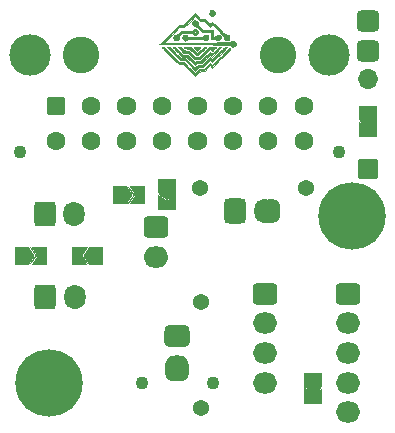
<source format=gbr>
G04 #@! TF.GenerationSoftware,KiCad,Pcbnew,6.0.7-f9a2dced07~116~ubuntu22.04.1*
G04 #@! TF.CreationDate,2022-08-21T20:36:42+02:00*
G04 #@! TF.ProjectId,carabiner,63617261-6269-46e6-9572-2e6b69636164,rev?*
G04 #@! TF.SameCoordinates,Original*
G04 #@! TF.FileFunction,Soldermask,Bot*
G04 #@! TF.FilePolarity,Negative*
%FSLAX46Y46*%
G04 Gerber Fmt 4.6, Leading zero omitted, Abs format (unit mm)*
G04 Created by KiCad (PCBNEW 6.0.7-f9a2dced07~116~ubuntu22.04.1) date 2022-08-21 20:36:42*
%MOMM*%
%LPD*%
G01*
G04 APERTURE LIST*
G04 Aperture macros list*
%AMRoundRect*
0 Rectangle with rounded corners*
0 $1 Rounding radius*
0 $2 $3 $4 $5 $6 $7 $8 $9 X,Y pos of 4 corners*
0 Add a 4 corners polygon primitive as box body*
4,1,4,$2,$3,$4,$5,$6,$7,$8,$9,$2,$3,0*
0 Add four circle primitives for the rounded corners*
1,1,$1+$1,$2,$3*
1,1,$1+$1,$4,$5*
1,1,$1+$1,$6,$7*
1,1,$1+$1,$8,$9*
0 Add four rect primitives between the rounded corners*
20,1,$1+$1,$2,$3,$4,$5,0*
20,1,$1+$1,$4,$5,$6,$7,0*
20,1,$1+$1,$6,$7,$8,$9,0*
20,1,$1+$1,$8,$9,$2,$3,0*%
%AMFreePoly0*
4,1,16,0.536062,0.786062,0.542435,0.778290,1.042435,0.028290,1.050010,-0.010002,1.042435,-0.028290,0.542435,-0.778290,0.510002,-0.800010,0.500000,-0.801000,-0.500000,-0.801000,-0.536062,-0.786062,-0.551000,-0.750000,-0.551000,0.750000,-0.536062,0.786062,-0.500000,0.801000,0.500000,0.801000,0.536062,0.786062,0.536062,0.786062,$1*%
%AMFreePoly1*
4,1,16,0.536062,0.786062,0.551000,0.750000,0.551000,-0.750000,0.536062,-0.786062,0.500000,-0.801000,-0.650000,-0.801000,-0.686062,-0.786062,-0.701000,-0.750000,-0.692435,-0.721710,-0.211295,0.000000,-0.692435,0.721710,-0.700010,0.760002,-0.678290,0.792435,-0.650000,0.801000,0.500000,0.801000,0.536062,0.786062,0.536062,0.786062,$1*%
G04 Aperture macros list end*
%ADD10C,0.010000*%
%ADD11RoundRect,0.051000X0.800000X-0.800000X0.800000X0.800000X-0.800000X0.800000X-0.800000X-0.800000X0*%
%ADD12O,1.702000X1.702000*%
%ADD13C,5.702000*%
%ADD14C,1.372000*%
%ADD15RoundRect,0.301001X-0.759999X0.499999X-0.759999X-0.499999X0.759999X-0.499999X0.759999X0.499999X0*%
%ADD16O,2.122000X1.602000*%
%ADD17RoundRect,0.301000X-0.750000X0.600000X-0.750000X-0.600000X0.750000X-0.600000X0.750000X0.600000X0*%
%ADD18O,2.102000X1.802000*%
%ADD19C,3.102000*%
%ADD20RoundRect,0.301001X-0.499999X-0.499999X0.499999X-0.499999X0.499999X0.499999X-0.499999X0.499999X0*%
%ADD21C,1.602000*%
%ADD22RoundRect,0.301000X-0.600000X-0.750000X0.600000X-0.750000X0.600000X0.750000X-0.600000X0.750000X0*%
%ADD23O,1.802000X2.102000*%
%ADD24RoundRect,0.301000X-0.725000X0.600000X-0.725000X-0.600000X0.725000X-0.600000X0.725000X0.600000X0*%
%ADD25O,2.052000X1.802000*%
%ADD26RoundRect,0.348500X-0.577500X0.552500X-0.577500X-0.552500X0.577500X-0.552500X0.577500X0.552500X0*%
%ADD27C,1.102000*%
%ADD28RoundRect,0.301001X-0.499999X-0.759999X0.499999X-0.759999X0.499999X0.759999X-0.499999X0.759999X0*%
%ADD29O,1.602000X2.122000*%
%ADD30C,3.512000*%
%ADD31FreePoly0,270.000000*%
%ADD32FreePoly1,270.000000*%
%ADD33FreePoly0,0.000000*%
%ADD34FreePoly1,0.000000*%
%ADD35FreePoly0,180.000000*%
%ADD36FreePoly1,180.000000*%
G04 APERTURE END LIST*
G36*
X66345722Y-37864444D02*
G01*
X66445179Y-37959967D01*
X66531460Y-38039086D01*
X66596081Y-38094286D01*
X66630558Y-38118053D01*
X66632501Y-38118444D01*
X66661707Y-38099253D01*
X66721307Y-38046873D01*
X66802880Y-37969096D01*
X66898006Y-37873714D01*
X66907030Y-37864444D01*
X67013213Y-37756896D01*
X67090442Y-37684416D01*
X67147759Y-37640336D01*
X67194208Y-37617985D01*
X67238833Y-37610695D01*
X67251449Y-37610444D01*
X67316315Y-37615938D01*
X67348379Y-37629426D01*
X67349111Y-37632071D01*
X67330105Y-37658370D01*
X67277612Y-37716992D01*
X67198416Y-37800710D01*
X67099300Y-37902297D01*
X67031169Y-37970738D01*
X66892974Y-38107636D01*
X66785586Y-38205761D01*
X66699195Y-38265532D01*
X66623989Y-38287368D01*
X66550156Y-38271688D01*
X66467887Y-38218910D01*
X66367368Y-38129455D01*
X66239610Y-38004551D01*
X65952111Y-37721325D01*
X65776872Y-37726739D01*
X65644963Y-37720849D01*
X65556701Y-37694830D01*
X65516632Y-37650270D01*
X65514666Y-37635211D01*
X65540906Y-37624878D01*
X65611714Y-37616659D01*
X65715225Y-37611580D01*
X65800690Y-37610444D01*
X66086714Y-37610444D01*
X66345722Y-37864444D01*
G37*
D10*
X66345722Y-37864444D02*
X66445179Y-37959967D01*
X66531460Y-38039086D01*
X66596081Y-38094286D01*
X66630558Y-38118053D01*
X66632501Y-38118444D01*
X66661707Y-38099253D01*
X66721307Y-38046873D01*
X66802880Y-37969096D01*
X66898006Y-37873714D01*
X66907030Y-37864444D01*
X67013213Y-37756896D01*
X67090442Y-37684416D01*
X67147759Y-37640336D01*
X67194208Y-37617985D01*
X67238833Y-37610695D01*
X67251449Y-37610444D01*
X67316315Y-37615938D01*
X67348379Y-37629426D01*
X67349111Y-37632071D01*
X67330105Y-37658370D01*
X67277612Y-37716992D01*
X67198416Y-37800710D01*
X67099300Y-37902297D01*
X67031169Y-37970738D01*
X66892974Y-38107636D01*
X66785586Y-38205761D01*
X66699195Y-38265532D01*
X66623989Y-38287368D01*
X66550156Y-38271688D01*
X66467887Y-38218910D01*
X66367368Y-38129455D01*
X66239610Y-38004551D01*
X65952111Y-37721325D01*
X65776872Y-37726739D01*
X65644963Y-37720849D01*
X65556701Y-37694830D01*
X65516632Y-37650270D01*
X65514666Y-37635211D01*
X65540906Y-37624878D01*
X65611714Y-37616659D01*
X65715225Y-37611580D01*
X65800690Y-37610444D01*
X66086714Y-37610444D01*
X66345722Y-37864444D01*
G36*
X65382696Y-36659938D02*
G01*
X65419737Y-36612404D01*
X65517015Y-36548656D01*
X65621804Y-36538927D01*
X65726039Y-36582984D01*
X65773008Y-36622666D01*
X65857675Y-36707333D01*
X67062547Y-36707333D01*
X67147213Y-36622666D01*
X67242088Y-36557956D01*
X67339147Y-36540321D01*
X67429719Y-36561830D01*
X67505132Y-36614552D01*
X67556717Y-36690554D01*
X67575800Y-36781905D01*
X67553711Y-36880673D01*
X67507328Y-36952062D01*
X67420534Y-37015513D01*
X67317936Y-37036161D01*
X67217319Y-37013930D01*
X67140253Y-36953636D01*
X67078879Y-36876666D01*
X66451995Y-36876666D01*
X66225383Y-36877939D01*
X66047441Y-36881697D01*
X65920175Y-36887849D01*
X65845590Y-36896302D01*
X65825111Y-36905303D01*
X65802214Y-36938607D01*
X65746766Y-36980646D01*
X65678628Y-37019212D01*
X65617662Y-37042094D01*
X65599333Y-37044105D01*
X65539398Y-37032457D01*
X65496519Y-37018015D01*
X65409213Y-36955889D01*
X65359122Y-36864841D01*
X65351063Y-36779743D01*
X65522075Y-36779743D01*
X65543187Y-36834692D01*
X65576214Y-36869754D01*
X65602545Y-36866816D01*
X65640625Y-36831343D01*
X65669584Y-36786399D01*
X67267164Y-36786399D01*
X67274650Y-36834333D01*
X67307704Y-36873404D01*
X67353586Y-36858556D01*
X67377035Y-36834692D01*
X67398470Y-36778317D01*
X67381502Y-36728293D01*
X67335000Y-36707333D01*
X67287772Y-36730728D01*
X67267164Y-36786399D01*
X65669584Y-36786399D01*
X65669674Y-36786260D01*
X65653296Y-36746676D01*
X65604791Y-36712494D01*
X65580881Y-36707333D01*
X65536865Y-36729350D01*
X65522075Y-36779743D01*
X65351063Y-36779743D01*
X65349274Y-36760861D01*
X65382696Y-36659938D01*
G37*
X65382696Y-36659938D02*
X65419737Y-36612404D01*
X65517015Y-36548656D01*
X65621804Y-36538927D01*
X65726039Y-36582984D01*
X65773008Y-36622666D01*
X65857675Y-36707333D01*
X67062547Y-36707333D01*
X67147213Y-36622666D01*
X67242088Y-36557956D01*
X67339147Y-36540321D01*
X67429719Y-36561830D01*
X67505132Y-36614552D01*
X67556717Y-36690554D01*
X67575800Y-36781905D01*
X67553711Y-36880673D01*
X67507328Y-36952062D01*
X67420534Y-37015513D01*
X67317936Y-37036161D01*
X67217319Y-37013930D01*
X67140253Y-36953636D01*
X67078879Y-36876666D01*
X66451995Y-36876666D01*
X66225383Y-36877939D01*
X66047441Y-36881697D01*
X65920175Y-36887849D01*
X65845590Y-36896302D01*
X65825111Y-36905303D01*
X65802214Y-36938607D01*
X65746766Y-36980646D01*
X65678628Y-37019212D01*
X65617662Y-37042094D01*
X65599333Y-37044105D01*
X65539398Y-37032457D01*
X65496519Y-37018015D01*
X65409213Y-36955889D01*
X65359122Y-36864841D01*
X65351063Y-36779743D01*
X65522075Y-36779743D01*
X65543187Y-36834692D01*
X65576214Y-36869754D01*
X65602545Y-36866816D01*
X65640625Y-36831343D01*
X65669584Y-36786399D01*
X67267164Y-36786399D01*
X67274650Y-36834333D01*
X67307704Y-36873404D01*
X67353586Y-36858556D01*
X67377035Y-36834692D01*
X67398470Y-36778317D01*
X67381502Y-36728293D01*
X67335000Y-36707333D01*
X67287772Y-36730728D01*
X67267164Y-36786399D01*
X65669584Y-36786399D01*
X65669674Y-36786260D01*
X65653296Y-36746676D01*
X65604791Y-36712494D01*
X65580881Y-36707333D01*
X65536865Y-36729350D01*
X65522075Y-36779743D01*
X65351063Y-36779743D01*
X65349274Y-36760861D01*
X65382696Y-36659938D01*
G36*
X64670490Y-36614565D02*
G01*
X64745486Y-36557481D01*
X64840554Y-36538000D01*
X64900231Y-36528357D01*
X64964286Y-36494207D01*
X65045597Y-36427715D01*
X65090258Y-36386100D01*
X65153286Y-36325981D01*
X66365647Y-36325981D01*
X66372858Y-36357992D01*
X66406817Y-36390838D01*
X66452699Y-36384517D01*
X66489406Y-36345641D01*
X66497351Y-36318989D01*
X66491781Y-36269261D01*
X66449628Y-36255777D01*
X66386335Y-36275042D01*
X66365647Y-36325981D01*
X65153286Y-36325981D01*
X65249508Y-36234201D01*
X65717157Y-36233192D01*
X65889571Y-36232583D01*
X66014808Y-36230769D01*
X66102134Y-36226486D01*
X66160817Y-36218465D01*
X66200123Y-36205441D01*
X66229319Y-36186147D01*
X66257674Y-36159316D01*
X66257676Y-36159313D01*
X66351561Y-36097051D01*
X66450094Y-36081625D01*
X66542877Y-36105784D01*
X66619512Y-36162280D01*
X66669601Y-36243864D01*
X66682748Y-36343286D01*
X66656613Y-36437455D01*
X66589199Y-36522822D01*
X66496377Y-36569141D01*
X66394088Y-36574022D01*
X66298274Y-36535076D01*
X66256853Y-36497355D01*
X66232018Y-36470250D01*
X66205391Y-36450946D01*
X66167638Y-36438120D01*
X66109426Y-36430447D01*
X66021418Y-36426604D01*
X65894281Y-36425267D01*
X65747526Y-36425111D01*
X65300344Y-36425111D01*
X65190157Y-36537952D01*
X65125072Y-36610648D01*
X65093289Y-36669343D01*
X65084838Y-36736278D01*
X65085779Y-36770785D01*
X65075291Y-36886515D01*
X65026616Y-36965828D01*
X64939029Y-37016668D01*
X64873180Y-37038803D01*
X64828504Y-37040520D01*
X64780889Y-37026068D01*
X64688969Y-36968864D01*
X64633506Y-36886540D01*
X64612963Y-36791667D01*
X64613165Y-36790168D01*
X64783364Y-36790168D01*
X64797265Y-36837977D01*
X64810830Y-36849507D01*
X64869125Y-36861118D01*
X64909653Y-36829160D01*
X64916436Y-36781352D01*
X64887346Y-36730879D01*
X64851831Y-36721444D01*
X64804263Y-36742858D01*
X64783364Y-36790168D01*
X64613165Y-36790168D01*
X64625804Y-36696817D01*
X64670490Y-36614565D01*
G37*
X64670490Y-36614565D02*
X64745486Y-36557481D01*
X64840554Y-36538000D01*
X64900231Y-36528357D01*
X64964286Y-36494207D01*
X65045597Y-36427715D01*
X65090258Y-36386100D01*
X65153286Y-36325981D01*
X66365647Y-36325981D01*
X66372858Y-36357992D01*
X66406817Y-36390838D01*
X66452699Y-36384517D01*
X66489406Y-36345641D01*
X66497351Y-36318989D01*
X66491781Y-36269261D01*
X66449628Y-36255777D01*
X66386335Y-36275042D01*
X66365647Y-36325981D01*
X65153286Y-36325981D01*
X65249508Y-36234201D01*
X65717157Y-36233192D01*
X65889571Y-36232583D01*
X66014808Y-36230769D01*
X66102134Y-36226486D01*
X66160817Y-36218465D01*
X66200123Y-36205441D01*
X66229319Y-36186147D01*
X66257674Y-36159316D01*
X66257676Y-36159313D01*
X66351561Y-36097051D01*
X66450094Y-36081625D01*
X66542877Y-36105784D01*
X66619512Y-36162280D01*
X66669601Y-36243864D01*
X66682748Y-36343286D01*
X66656613Y-36437455D01*
X66589199Y-36522822D01*
X66496377Y-36569141D01*
X66394088Y-36574022D01*
X66298274Y-36535076D01*
X66256853Y-36497355D01*
X66232018Y-36470250D01*
X66205391Y-36450946D01*
X66167638Y-36438120D01*
X66109426Y-36430447D01*
X66021418Y-36426604D01*
X65894281Y-36425267D01*
X65747526Y-36425111D01*
X65300344Y-36425111D01*
X65190157Y-36537952D01*
X65125072Y-36610648D01*
X65093289Y-36669343D01*
X65084838Y-36736278D01*
X65085779Y-36770785D01*
X65075291Y-36886515D01*
X65026616Y-36965828D01*
X64939029Y-37016668D01*
X64873180Y-37038803D01*
X64828504Y-37040520D01*
X64780889Y-37026068D01*
X64688969Y-36968864D01*
X64633506Y-36886540D01*
X64612963Y-36791667D01*
X64613165Y-36790168D01*
X64783364Y-36790168D01*
X64797265Y-36837977D01*
X64810830Y-36849507D01*
X64869125Y-36861118D01*
X64909653Y-36829160D01*
X64916436Y-36781352D01*
X64887346Y-36730879D01*
X64851831Y-36721444D01*
X64804263Y-36742858D01*
X64783364Y-36790168D01*
X64613165Y-36790168D01*
X64625804Y-36696817D01*
X64670490Y-36614565D01*
G36*
X64270273Y-37618361D02*
G01*
X64306648Y-37633787D01*
X64352113Y-37664778D01*
X64412553Y-37716005D01*
X64493852Y-37792143D01*
X64601893Y-37897864D01*
X64742561Y-38037840D01*
X64779462Y-38074686D01*
X65248288Y-38542903D01*
X65430866Y-38544541D01*
X65613444Y-38546180D01*
X66023431Y-38953623D01*
X66433418Y-39361067D01*
X66558474Y-39233644D01*
X66627865Y-39165511D01*
X66681391Y-39127393D01*
X66740420Y-39110575D01*
X66826322Y-39106343D01*
X66870934Y-39106222D01*
X67058338Y-39106222D01*
X67378658Y-38781558D01*
X67698979Y-38456895D01*
X67792783Y-38547813D01*
X67886586Y-38638731D01*
X68403285Y-38122599D01*
X68560317Y-37965972D01*
X68682984Y-37844839D01*
X68776798Y-37754744D01*
X68847271Y-37691232D01*
X68899912Y-37649847D01*
X68940235Y-37626135D01*
X68973751Y-37615640D01*
X69005970Y-37613907D01*
X69030578Y-37615511D01*
X69141173Y-37624555D01*
X68525065Y-38231333D01*
X68371260Y-38382413D01*
X68230157Y-38520257D01*
X68106820Y-38639979D01*
X68006313Y-38736691D01*
X67933700Y-38805506D01*
X67894046Y-38841536D01*
X67888463Y-38845708D01*
X67857438Y-38832383D01*
X67808426Y-38789758D01*
X67801176Y-38782208D01*
X67747695Y-38734033D01*
X67706341Y-38711364D01*
X67703495Y-38711111D01*
X67673416Y-38730140D01*
X67612020Y-38782389D01*
X67527328Y-38860604D01*
X67427365Y-38957527D01*
X67391444Y-38993333D01*
X67110281Y-39275555D01*
X66743970Y-39275555D01*
X66430732Y-39585525D01*
X65994207Y-39148318D01*
X65557683Y-38711111D01*
X65190111Y-38710009D01*
X64640996Y-38167282D01*
X64091880Y-37624555D01*
X64201258Y-37615512D01*
X64237105Y-37613827D01*
X64270273Y-37618361D01*
G37*
X64270273Y-37618361D02*
X64306648Y-37633787D01*
X64352113Y-37664778D01*
X64412553Y-37716005D01*
X64493852Y-37792143D01*
X64601893Y-37897864D01*
X64742561Y-38037840D01*
X64779462Y-38074686D01*
X65248288Y-38542903D01*
X65430866Y-38544541D01*
X65613444Y-38546180D01*
X66023431Y-38953623D01*
X66433418Y-39361067D01*
X66558474Y-39233644D01*
X66627865Y-39165511D01*
X66681391Y-39127393D01*
X66740420Y-39110575D01*
X66826322Y-39106343D01*
X66870934Y-39106222D01*
X67058338Y-39106222D01*
X67378658Y-38781558D01*
X67698979Y-38456895D01*
X67792783Y-38547813D01*
X67886586Y-38638731D01*
X68403285Y-38122599D01*
X68560317Y-37965972D01*
X68682984Y-37844839D01*
X68776798Y-37754744D01*
X68847271Y-37691232D01*
X68899912Y-37649847D01*
X68940235Y-37626135D01*
X68973751Y-37615640D01*
X69005970Y-37613907D01*
X69030578Y-37615511D01*
X69141173Y-37624555D01*
X68525065Y-38231333D01*
X68371260Y-38382413D01*
X68230157Y-38520257D01*
X68106820Y-38639979D01*
X68006313Y-38736691D01*
X67933700Y-38805506D01*
X67894046Y-38841536D01*
X67888463Y-38845708D01*
X67857438Y-38832383D01*
X67808426Y-38789758D01*
X67801176Y-38782208D01*
X67747695Y-38734033D01*
X67706341Y-38711364D01*
X67703495Y-38711111D01*
X67673416Y-38730140D01*
X67612020Y-38782389D01*
X67527328Y-38860604D01*
X67427365Y-38957527D01*
X67391444Y-38993333D01*
X67110281Y-39275555D01*
X66743970Y-39275555D01*
X66430732Y-39585525D01*
X65994207Y-39148318D01*
X65557683Y-38711111D01*
X65190111Y-38710009D01*
X64640996Y-38167282D01*
X64091880Y-37624555D01*
X64201258Y-37615512D01*
X64237105Y-37613827D01*
X64270273Y-37618361D01*
G36*
X65066382Y-35716566D02*
G01*
X65241135Y-35728944D01*
X65415889Y-35741322D01*
X65926583Y-35234833D01*
X66437277Y-34728345D01*
X66666613Y-34955839D01*
X66895948Y-35183333D01*
X67272365Y-35183333D01*
X67480626Y-35395000D01*
X67568548Y-35482289D01*
X67642716Y-35552076D01*
X67693907Y-35595909D01*
X67711635Y-35606666D01*
X67744589Y-35587965D01*
X67794746Y-35542319D01*
X67800666Y-35536111D01*
X67851925Y-35488351D01*
X67888688Y-35465818D01*
X67891015Y-35465555D01*
X67916631Y-35484682D01*
X67976662Y-35538619D01*
X68065674Y-35622199D01*
X68178234Y-35730256D01*
X68308908Y-35857622D01*
X68452263Y-35999132D01*
X68454926Y-36001777D01*
X68617066Y-36162404D01*
X68744772Y-36287407D01*
X68843374Y-36381223D01*
X68918201Y-36448287D01*
X68974584Y-36493037D01*
X69017852Y-36519907D01*
X69053335Y-36533336D01*
X69086363Y-36537758D01*
X69099154Y-36538000D01*
X69211388Y-36559651D01*
X69291844Y-36616731D01*
X69339635Y-36697426D01*
X69353876Y-36789923D01*
X69333678Y-36882411D01*
X69278156Y-36963075D01*
X69186424Y-37020104D01*
X69136400Y-37034264D01*
X69069806Y-37037587D01*
X69009244Y-37010892D01*
X68955245Y-36967291D01*
X68893570Y-36902651D01*
X68867936Y-36840735D01*
X68865991Y-36790168D01*
X69044920Y-36790168D01*
X69058821Y-36837977D01*
X69072386Y-36849507D01*
X69130680Y-36861118D01*
X69171209Y-36829160D01*
X69177992Y-36781352D01*
X69148901Y-36730879D01*
X69113386Y-36721444D01*
X69065819Y-36742858D01*
X69044920Y-36790168D01*
X68865991Y-36790168D01*
X68865291Y-36771984D01*
X68865292Y-36735995D01*
X68859088Y-36702191D01*
X68842037Y-36664825D01*
X68809498Y-36618151D01*
X68756827Y-36556422D01*
X68679382Y-36473892D01*
X68572521Y-36364815D01*
X68431601Y-36223443D01*
X68382560Y-36174444D01*
X67895403Y-35687884D01*
X67805136Y-35780211D01*
X67714870Y-35872537D01*
X67453849Y-35612602D01*
X67192828Y-35352666D01*
X66820456Y-35352666D01*
X66632675Y-35163030D01*
X66444893Y-34973394D01*
X65972422Y-35445252D01*
X65499950Y-35917111D01*
X65107931Y-35917111D01*
X64457577Y-36566054D01*
X63807222Y-37214998D01*
X66605258Y-37215165D01*
X67069100Y-37215118D01*
X67479681Y-37214884D01*
X67840187Y-37214416D01*
X68153802Y-37213667D01*
X68423710Y-37212588D01*
X68653095Y-37211132D01*
X68845143Y-37209251D01*
X69003036Y-37206897D01*
X69129960Y-37204023D01*
X69229099Y-37200581D01*
X69303637Y-37196522D01*
X69356758Y-37191800D01*
X69391648Y-37186367D01*
X69411490Y-37180174D01*
X69419468Y-37173174D01*
X69419555Y-37172958D01*
X69454303Y-37133594D01*
X69518894Y-37091298D01*
X69532423Y-37084514D01*
X69598246Y-37057296D01*
X69648721Y-37055393D01*
X69712144Y-37079790D01*
X69736366Y-37091611D01*
X69832579Y-37165037D01*
X69880203Y-37259558D01*
X69877459Y-37364726D01*
X69822566Y-37470092D01*
X69804437Y-37491061D01*
X69718622Y-37546088D01*
X69617852Y-37553174D01*
X69515558Y-37513167D01*
X69461564Y-37469461D01*
X69377026Y-37384923D01*
X66399750Y-37377739D01*
X63422475Y-37370555D01*
X63476832Y-37315864D01*
X69552873Y-37315864D01*
X69575500Y-37360293D01*
X69627297Y-37380484D01*
X69642040Y-37379590D01*
X69695238Y-37351585D01*
X69705666Y-37314497D01*
X69683237Y-37266074D01*
X69632572Y-37245405D01*
X69578608Y-37261302D01*
X69571921Y-37267234D01*
X69552873Y-37315864D01*
X63476832Y-37315864D01*
X64244428Y-36543560D01*
X65066382Y-35716566D01*
G37*
X65066382Y-35716566D02*
X65241135Y-35728944D01*
X65415889Y-35741322D01*
X65926583Y-35234833D01*
X66437277Y-34728345D01*
X66666613Y-34955839D01*
X66895948Y-35183333D01*
X67272365Y-35183333D01*
X67480626Y-35395000D01*
X67568548Y-35482289D01*
X67642716Y-35552076D01*
X67693907Y-35595909D01*
X67711635Y-35606666D01*
X67744589Y-35587965D01*
X67794746Y-35542319D01*
X67800666Y-35536111D01*
X67851925Y-35488351D01*
X67888688Y-35465818D01*
X67891015Y-35465555D01*
X67916631Y-35484682D01*
X67976662Y-35538619D01*
X68065674Y-35622199D01*
X68178234Y-35730256D01*
X68308908Y-35857622D01*
X68452263Y-35999132D01*
X68454926Y-36001777D01*
X68617066Y-36162404D01*
X68744772Y-36287407D01*
X68843374Y-36381223D01*
X68918201Y-36448287D01*
X68974584Y-36493037D01*
X69017852Y-36519907D01*
X69053335Y-36533336D01*
X69086363Y-36537758D01*
X69099154Y-36538000D01*
X69211388Y-36559651D01*
X69291844Y-36616731D01*
X69339635Y-36697426D01*
X69353876Y-36789923D01*
X69333678Y-36882411D01*
X69278156Y-36963075D01*
X69186424Y-37020104D01*
X69136400Y-37034264D01*
X69069806Y-37037587D01*
X69009244Y-37010892D01*
X68955245Y-36967291D01*
X68893570Y-36902651D01*
X68867936Y-36840735D01*
X68865991Y-36790168D01*
X69044920Y-36790168D01*
X69058821Y-36837977D01*
X69072386Y-36849507D01*
X69130680Y-36861118D01*
X69171209Y-36829160D01*
X69177992Y-36781352D01*
X69148901Y-36730879D01*
X69113386Y-36721444D01*
X69065819Y-36742858D01*
X69044920Y-36790168D01*
X68865991Y-36790168D01*
X68865291Y-36771984D01*
X68865292Y-36735995D01*
X68859088Y-36702191D01*
X68842037Y-36664825D01*
X68809498Y-36618151D01*
X68756827Y-36556422D01*
X68679382Y-36473892D01*
X68572521Y-36364815D01*
X68431601Y-36223443D01*
X68382560Y-36174444D01*
X67895403Y-35687884D01*
X67805136Y-35780211D01*
X67714870Y-35872537D01*
X67453849Y-35612602D01*
X67192828Y-35352666D01*
X66820456Y-35352666D01*
X66632675Y-35163030D01*
X66444893Y-34973394D01*
X65972422Y-35445252D01*
X65499950Y-35917111D01*
X65107931Y-35917111D01*
X64457577Y-36566054D01*
X63807222Y-37214998D01*
X66605258Y-37215165D01*
X67069100Y-37215118D01*
X67479681Y-37214884D01*
X67840187Y-37214416D01*
X68153802Y-37213667D01*
X68423710Y-37212588D01*
X68653095Y-37211132D01*
X68845143Y-37209251D01*
X69003036Y-37206897D01*
X69129960Y-37204023D01*
X69229099Y-37200581D01*
X69303637Y-37196522D01*
X69356758Y-37191800D01*
X69391648Y-37186367D01*
X69411490Y-37180174D01*
X69419468Y-37173174D01*
X69419555Y-37172958D01*
X69454303Y-37133594D01*
X69518894Y-37091298D01*
X69532423Y-37084514D01*
X69598246Y-37057296D01*
X69648721Y-37055393D01*
X69712144Y-37079790D01*
X69736366Y-37091611D01*
X69832579Y-37165037D01*
X69880203Y-37259558D01*
X69877459Y-37364726D01*
X69822566Y-37470092D01*
X69804437Y-37491061D01*
X69718622Y-37546088D01*
X69617852Y-37553174D01*
X69515558Y-37513167D01*
X69461564Y-37469461D01*
X69377026Y-37384923D01*
X66399750Y-37377739D01*
X63422475Y-37370555D01*
X63476832Y-37315864D01*
X69552873Y-37315864D01*
X69575500Y-37360293D01*
X69627297Y-37380484D01*
X69642040Y-37379590D01*
X69695238Y-37351585D01*
X69705666Y-37314497D01*
X69683237Y-37266074D01*
X69632572Y-37245405D01*
X69578608Y-37261302D01*
X69571921Y-37267234D01*
X69552873Y-37315864D01*
X63476832Y-37315864D01*
X64244428Y-36543560D01*
X65066382Y-35716566D01*
G36*
X67668566Y-34600770D02*
G01*
X67673959Y-34590101D01*
X67747977Y-34496677D01*
X67841334Y-34452727D01*
X67943465Y-34459854D01*
X68043807Y-34519657D01*
X68056837Y-34532051D01*
X68124798Y-34631727D01*
X68142992Y-34734719D01*
X68115222Y-34829302D01*
X68045289Y-34903754D01*
X67936996Y-34946351D01*
X67921685Y-34948755D01*
X67839700Y-34953802D01*
X67781987Y-34934458D01*
X67719535Y-34880762D01*
X67717362Y-34878593D01*
X67650685Y-34790882D01*
X67637012Y-34713692D01*
X67816467Y-34713692D01*
X67836738Y-34756560D01*
X67892611Y-34786573D01*
X67939304Y-34767085D01*
X67952961Y-34743342D01*
X67956888Y-34681435D01*
X67914090Y-34649841D01*
X67886687Y-34647111D01*
X67834283Y-34667553D01*
X67816467Y-34713692D01*
X67637012Y-34713692D01*
X67635201Y-34703471D01*
X67668566Y-34600770D01*
G37*
X67668566Y-34600770D02*
X67673959Y-34590101D01*
X67747977Y-34496677D01*
X67841334Y-34452727D01*
X67943465Y-34459854D01*
X68043807Y-34519657D01*
X68056837Y-34532051D01*
X68124798Y-34631727D01*
X68142992Y-34734719D01*
X68115222Y-34829302D01*
X68045289Y-34903754D01*
X67936996Y-34946351D01*
X67921685Y-34948755D01*
X67839700Y-34953802D01*
X67781987Y-34934458D01*
X67719535Y-34880762D01*
X67717362Y-34878593D01*
X67650685Y-34790882D01*
X67637012Y-34713692D01*
X67816467Y-34713692D01*
X67836738Y-34756560D01*
X67892611Y-34786573D01*
X67939304Y-34767085D01*
X67952961Y-34743342D01*
X67956888Y-34681435D01*
X67914090Y-34649841D01*
X67886687Y-34647111D01*
X67834283Y-34667553D01*
X67816467Y-34713692D01*
X67637012Y-34713692D01*
X67635201Y-34703471D01*
X67668566Y-34600770D01*
G36*
X67786555Y-36326333D02*
G01*
X67412190Y-36318455D01*
X67037825Y-36310578D01*
X66793866Y-36071511D01*
X66688176Y-35969469D01*
X66611858Y-35901274D01*
X66555009Y-35860230D01*
X66507726Y-35839644D01*
X66460107Y-35832821D01*
X66440226Y-35832444D01*
X66329477Y-35810358D01*
X66249775Y-35752140D01*
X66202780Y-35669850D01*
X66192383Y-35592203D01*
X66365647Y-35592203D01*
X66372858Y-35624215D01*
X66406817Y-35657060D01*
X66452699Y-35650739D01*
X66489406Y-35611863D01*
X66497351Y-35585211D01*
X66491781Y-35535483D01*
X66449628Y-35522000D01*
X66386335Y-35541264D01*
X66365647Y-35592203D01*
X66192383Y-35592203D01*
X66190152Y-35575546D01*
X66213552Y-35481290D01*
X66274641Y-35399140D01*
X66372696Y-35341993D01*
X66435081Y-35337611D01*
X66515450Y-35352425D01*
X66523594Y-35354989D01*
X66609859Y-35409552D01*
X66667700Y-35496338D01*
X66686105Y-35595839D01*
X66680472Y-35632912D01*
X66680190Y-35668929D01*
X66701212Y-35713881D01*
X66749437Y-35775997D01*
X66830762Y-35863509D01*
X66885900Y-35919581D01*
X67107898Y-36142888D01*
X67970000Y-36142888D01*
X67970000Y-36425111D01*
X67970475Y-36553191D01*
X67973564Y-36635131D01*
X67981765Y-36681235D01*
X67997574Y-36701806D01*
X68023488Y-36707151D01*
X68038384Y-36707333D01*
X68102787Y-36687440D01*
X68175749Y-36637369D01*
X68191436Y-36622666D01*
X68284811Y-36559284D01*
X68381240Y-36541839D01*
X68471983Y-36562579D01*
X68548297Y-36613752D01*
X68601443Y-36687604D01*
X68622681Y-36776383D01*
X68603269Y-36872337D01*
X68555611Y-36945678D01*
X68460853Y-37016382D01*
X68352943Y-37033802D01*
X68240494Y-36996734D01*
X68231055Y-36991065D01*
X68171818Y-36947355D01*
X68140708Y-36911099D01*
X68139333Y-36905303D01*
X68113513Y-36889763D01*
X68045522Y-36879481D01*
X67971022Y-36876666D01*
X67802710Y-36876666D01*
X67800354Y-36796370D01*
X68312425Y-36796370D01*
X68332306Y-36844364D01*
X68341167Y-36851097D01*
X68388939Y-36854604D01*
X68429188Y-36821146D01*
X68443935Y-36769229D01*
X68439611Y-36749769D01*
X68401029Y-36714634D01*
X68372576Y-36712627D01*
X68327871Y-36743540D01*
X68312425Y-36796370D01*
X67800354Y-36796370D01*
X67794633Y-36601500D01*
X67786555Y-36326333D01*
G37*
X67786555Y-36326333D02*
X67412190Y-36318455D01*
X67037825Y-36310578D01*
X66793866Y-36071511D01*
X66688176Y-35969469D01*
X66611858Y-35901274D01*
X66555009Y-35860230D01*
X66507726Y-35839644D01*
X66460107Y-35832821D01*
X66440226Y-35832444D01*
X66329477Y-35810358D01*
X66249775Y-35752140D01*
X66202780Y-35669850D01*
X66192383Y-35592203D01*
X66365647Y-35592203D01*
X66372858Y-35624215D01*
X66406817Y-35657060D01*
X66452699Y-35650739D01*
X66489406Y-35611863D01*
X66497351Y-35585211D01*
X66491781Y-35535483D01*
X66449628Y-35522000D01*
X66386335Y-35541264D01*
X66365647Y-35592203D01*
X66192383Y-35592203D01*
X66190152Y-35575546D01*
X66213552Y-35481290D01*
X66274641Y-35399140D01*
X66372696Y-35341993D01*
X66435081Y-35337611D01*
X66515450Y-35352425D01*
X66523594Y-35354989D01*
X66609859Y-35409552D01*
X66667700Y-35496338D01*
X66686105Y-35595839D01*
X66680472Y-35632912D01*
X66680190Y-35668929D01*
X66701212Y-35713881D01*
X66749437Y-35775997D01*
X66830762Y-35863509D01*
X66885900Y-35919581D01*
X67107898Y-36142888D01*
X67970000Y-36142888D01*
X67970000Y-36425111D01*
X67970475Y-36553191D01*
X67973564Y-36635131D01*
X67981765Y-36681235D01*
X67997574Y-36701806D01*
X68023488Y-36707151D01*
X68038384Y-36707333D01*
X68102787Y-36687440D01*
X68175749Y-36637369D01*
X68191436Y-36622666D01*
X68284811Y-36559284D01*
X68381240Y-36541839D01*
X68471983Y-36562579D01*
X68548297Y-36613752D01*
X68601443Y-36687604D01*
X68622681Y-36776383D01*
X68603269Y-36872337D01*
X68555611Y-36945678D01*
X68460853Y-37016382D01*
X68352943Y-37033802D01*
X68240494Y-36996734D01*
X68231055Y-36991065D01*
X68171818Y-36947355D01*
X68140708Y-36911099D01*
X68139333Y-36905303D01*
X68113513Y-36889763D01*
X68045522Y-36879481D01*
X67971022Y-36876666D01*
X67802710Y-36876666D01*
X67800354Y-36796370D01*
X68312425Y-36796370D01*
X68332306Y-36844364D01*
X68341167Y-36851097D01*
X68388939Y-36854604D01*
X68429188Y-36821146D01*
X68443935Y-36769229D01*
X68439611Y-36749769D01*
X68401029Y-36714634D01*
X68372576Y-36712627D01*
X68327871Y-36743540D01*
X68312425Y-36796370D01*
X67800354Y-36796370D01*
X67794633Y-36601500D01*
X67786555Y-36326333D01*
G36*
X68562084Y-37614786D02*
G01*
X68564780Y-37614943D01*
X68678226Y-37621637D01*
X67882778Y-38414777D01*
X67796459Y-38319330D01*
X67710139Y-38223883D01*
X67352844Y-38580386D01*
X66995548Y-38936888D01*
X66810721Y-38936888D01*
X66707021Y-38939366D01*
X66640351Y-38950902D01*
X66591372Y-38977655D01*
X66544778Y-39021555D01*
X66490836Y-39074226D01*
X66453767Y-39103831D01*
X66447775Y-39106190D01*
X66423515Y-39087343D01*
X66365923Y-39035040D01*
X66281714Y-38955606D01*
X66177601Y-38855364D01*
X66073273Y-38753412D01*
X65714658Y-38400666D01*
X65330438Y-38400666D01*
X64956885Y-38026343D01*
X64839429Y-37907514D01*
X64737119Y-37801847D01*
X64656182Y-37715952D01*
X64602846Y-37656440D01*
X64583336Y-37629919D01*
X64583333Y-37629821D01*
X64608166Y-37618446D01*
X64670253Y-37616906D01*
X64696095Y-37618898D01*
X64744274Y-37627293D01*
X64791074Y-37646363D01*
X64844793Y-37682424D01*
X64913729Y-37741792D01*
X65006180Y-37830783D01*
X65105816Y-37930753D01*
X65402775Y-38231333D01*
X65596237Y-38231333D01*
X65699811Y-38232858D01*
X65766880Y-38242636D01*
X65817380Y-38268467D01*
X65871251Y-38318153D01*
X65902756Y-38351277D01*
X65972983Y-38424078D01*
X66068371Y-38520698D01*
X66173568Y-38625656D01*
X66230166Y-38681447D01*
X66444520Y-38891673D01*
X66510579Y-38829614D01*
X66559923Y-38793822D01*
X66622863Y-38774775D01*
X66717637Y-38767918D01*
X66759147Y-38767555D01*
X66941657Y-38767555D01*
X67315710Y-38386555D01*
X67433912Y-38267304D01*
X67539132Y-38163322D01*
X67624856Y-38080868D01*
X67684574Y-38026202D01*
X67711773Y-38005583D01*
X67712073Y-38005555D01*
X67744716Y-38024244D01*
X67794712Y-38069866D01*
X67800666Y-38076111D01*
X67853308Y-38124004D01*
X67893027Y-38146435D01*
X67895561Y-38146666D01*
X67924884Y-38127514D01*
X67985036Y-38075074D01*
X68067856Y-37996865D01*
X68165178Y-37900409D01*
X68187753Y-37877458D01*
X68295289Y-37768507D01*
X68372746Y-37693995D01*
X68429140Y-37647643D01*
X68473484Y-37623176D01*
X68514794Y-37614316D01*
X68562084Y-37614786D01*
G37*
X68562084Y-37614786D02*
X68564780Y-37614943D01*
X68678226Y-37621637D01*
X67882778Y-38414777D01*
X67796459Y-38319330D01*
X67710139Y-38223883D01*
X67352844Y-38580386D01*
X66995548Y-38936888D01*
X66810721Y-38936888D01*
X66707021Y-38939366D01*
X66640351Y-38950902D01*
X66591372Y-38977655D01*
X66544778Y-39021555D01*
X66490836Y-39074226D01*
X66453767Y-39103831D01*
X66447775Y-39106190D01*
X66423515Y-39087343D01*
X66365923Y-39035040D01*
X66281714Y-38955606D01*
X66177601Y-38855364D01*
X66073273Y-38753412D01*
X65714658Y-38400666D01*
X65330438Y-38400666D01*
X64956885Y-38026343D01*
X64839429Y-37907514D01*
X64737119Y-37801847D01*
X64656182Y-37715952D01*
X64602846Y-37656440D01*
X64583336Y-37629919D01*
X64583333Y-37629821D01*
X64608166Y-37618446D01*
X64670253Y-37616906D01*
X64696095Y-37618898D01*
X64744274Y-37627293D01*
X64791074Y-37646363D01*
X64844793Y-37682424D01*
X64913729Y-37741792D01*
X65006180Y-37830783D01*
X65105816Y-37930753D01*
X65402775Y-38231333D01*
X65596237Y-38231333D01*
X65699811Y-38232858D01*
X65766880Y-38242636D01*
X65817380Y-38268467D01*
X65871251Y-38318153D01*
X65902756Y-38351277D01*
X65972983Y-38424078D01*
X66068371Y-38520698D01*
X66173568Y-38625656D01*
X66230166Y-38681447D01*
X66444520Y-38891673D01*
X66510579Y-38829614D01*
X66559923Y-38793822D01*
X66622863Y-38774775D01*
X66717637Y-38767918D01*
X66759147Y-38767555D01*
X66941657Y-38767555D01*
X67315710Y-38386555D01*
X67433912Y-38267304D01*
X67539132Y-38163322D01*
X67624856Y-38080868D01*
X67684574Y-38026202D01*
X67711773Y-38005583D01*
X67712073Y-38005555D01*
X67744716Y-38024244D01*
X67794712Y-38069866D01*
X67800666Y-38076111D01*
X67853308Y-38124004D01*
X67893027Y-38146435D01*
X67895561Y-38146666D01*
X67924884Y-38127514D01*
X67985036Y-38075074D01*
X68067856Y-37996865D01*
X68165178Y-37900409D01*
X68187753Y-37877458D01*
X68295289Y-37768507D01*
X68372746Y-37693995D01*
X68429140Y-37647643D01*
X68473484Y-37623176D01*
X68514794Y-37614316D01*
X68562084Y-37614786D01*
G36*
X68023696Y-37612717D02*
G01*
X68120307Y-37617238D01*
X68180949Y-37625152D01*
X68195778Y-37632764D01*
X68176270Y-37662329D01*
X68126564Y-37715639D01*
X68059887Y-37780377D01*
X67989464Y-37844228D01*
X67928521Y-37894877D01*
X67890284Y-37920006D01*
X67886360Y-37920888D01*
X67855775Y-37902278D01*
X67806844Y-37856821D01*
X67800666Y-37850333D01*
X67751116Y-37802741D01*
X67718005Y-37780083D01*
X67716005Y-37779777D01*
X67691145Y-37798555D01*
X67632213Y-37851012D01*
X67545464Y-37931338D01*
X67437151Y-38033718D01*
X67313531Y-38152341D01*
X67276424Y-38188259D01*
X66855222Y-38596740D01*
X66614776Y-38597481D01*
X66374329Y-38598222D01*
X65840337Y-38062000D01*
X65460263Y-38062000D01*
X65247576Y-37848621D01*
X65160668Y-37760359D01*
X65090913Y-37687480D01*
X65046556Y-37638726D01*
X65034889Y-37623046D01*
X65059894Y-37616348D01*
X65122269Y-37614561D01*
X65146282Y-37615215D01*
X65215876Y-37624729D01*
X65277110Y-37653637D01*
X65347263Y-37711841D01*
X65392166Y-37756123D01*
X65465417Y-37828318D01*
X65520255Y-37869148D01*
X65577785Y-37887552D01*
X65659109Y-37892471D01*
X65714497Y-37892666D01*
X65902338Y-37892666D01*
X66182400Y-38174888D01*
X66462461Y-38457111D01*
X66771261Y-38457111D01*
X67190575Y-38037097D01*
X67609888Y-37617083D01*
X67902833Y-37612404D01*
X68023696Y-37612717D01*
G37*
X68023696Y-37612717D02*
X68120307Y-37617238D01*
X68180949Y-37625152D01*
X68195778Y-37632764D01*
X68176270Y-37662329D01*
X68126564Y-37715639D01*
X68059887Y-37780377D01*
X67989464Y-37844228D01*
X67928521Y-37894877D01*
X67890284Y-37920006D01*
X67886360Y-37920888D01*
X67855775Y-37902278D01*
X67806844Y-37856821D01*
X67800666Y-37850333D01*
X67751116Y-37802741D01*
X67718005Y-37780083D01*
X67716005Y-37779777D01*
X67691145Y-37798555D01*
X67632213Y-37851012D01*
X67545464Y-37931338D01*
X67437151Y-38033718D01*
X67313531Y-38152341D01*
X67276424Y-38188259D01*
X66855222Y-38596740D01*
X66614776Y-38597481D01*
X66374329Y-38598222D01*
X65840337Y-38062000D01*
X65460263Y-38062000D01*
X65247576Y-37848621D01*
X65160668Y-37760359D01*
X65090913Y-37687480D01*
X65046556Y-37638726D01*
X65034889Y-37623046D01*
X65059894Y-37616348D01*
X65122269Y-37614561D01*
X65146282Y-37615215D01*
X65215876Y-37624729D01*
X65277110Y-37653637D01*
X65347263Y-37711841D01*
X65392166Y-37756123D01*
X65465417Y-37828318D01*
X65520255Y-37869148D01*
X65577785Y-37887552D01*
X65659109Y-37892471D01*
X65714497Y-37892666D01*
X65902338Y-37892666D01*
X66182400Y-38174888D01*
X66462461Y-38457111D01*
X66771261Y-38457111D01*
X67190575Y-38037097D01*
X67609888Y-37617083D01*
X67902833Y-37612404D01*
X68023696Y-37612717D01*
G36*
X66611157Y-37614946D02*
G01*
X66730580Y-37616062D01*
X66825600Y-37618579D01*
X66884355Y-37622085D01*
X66897555Y-37624913D01*
X66879789Y-37648564D01*
X66833073Y-37701924D01*
X66767286Y-37773730D01*
X66763135Y-37778179D01*
X66628714Y-37922102D01*
X66476736Y-37768212D01*
X66324758Y-37614323D01*
X66611157Y-37614946D01*
G37*
X66611157Y-37614946D02*
X66730580Y-37616062D01*
X66825600Y-37618579D01*
X66884355Y-37622085D01*
X66897555Y-37624913D01*
X66879789Y-37648564D01*
X66833073Y-37701924D01*
X66767286Y-37773730D01*
X66763135Y-37778179D01*
X66628714Y-37922102D01*
X66476736Y-37768212D01*
X66324758Y-37614323D01*
X66611157Y-37614946D01*
G36*
X63780508Y-37612946D02*
G01*
X63812531Y-37623195D01*
X63851294Y-37645304D01*
X63901506Y-37683387D01*
X63967875Y-37741558D01*
X64055108Y-37823929D01*
X64167914Y-37934615D01*
X64311000Y-38077728D01*
X64477241Y-38245422D01*
X65105444Y-38880400D01*
X65503596Y-38880444D01*
X65964520Y-39346111D01*
X66096055Y-39478242D01*
X66214526Y-39595811D01*
X66314163Y-39693206D01*
X66389195Y-39764820D01*
X66433851Y-39805042D01*
X66443593Y-39811777D01*
X66470162Y-39793014D01*
X66526181Y-39742736D01*
X66601822Y-39669962D01*
X66643555Y-39628333D01*
X66825369Y-39444888D01*
X67192828Y-39444888D01*
X67453924Y-39184878D01*
X67715021Y-38924867D01*
X67901487Y-39105597D01*
X68603621Y-38400354D01*
X68767568Y-38236549D01*
X68919651Y-38086261D01*
X69055151Y-37954025D01*
X69169350Y-37844377D01*
X69257531Y-37761851D01*
X69314974Y-37710983D01*
X69336378Y-37696008D01*
X69382290Y-37712500D01*
X69414900Y-37733309D01*
X69423658Y-37745949D01*
X69421000Y-37766075D01*
X69403567Y-37797425D01*
X69368000Y-37843734D01*
X69310940Y-37908741D01*
X69229028Y-37996183D01*
X69118905Y-38109796D01*
X68977211Y-38253318D01*
X68800588Y-38430486D01*
X68679762Y-38551186D01*
X67896724Y-39332660D01*
X67804818Y-39242805D01*
X67712912Y-39152949D01*
X67495109Y-39369474D01*
X67277307Y-39586000D01*
X66906873Y-39586000D01*
X66678656Y-39811777D01*
X66587395Y-39901304D01*
X66511798Y-39974033D01*
X66460210Y-40022031D01*
X66441164Y-40037531D01*
X66419507Y-40018431D01*
X66363500Y-39964734D01*
X66278634Y-39881829D01*
X66170400Y-39775102D01*
X66044289Y-39649939D01*
X65938000Y-39543935D01*
X65444111Y-39050363D01*
X65246344Y-39050070D01*
X65048576Y-39049777D01*
X64350288Y-38351070D01*
X64187600Y-38187706D01*
X64038345Y-38036718D01*
X63907061Y-37902783D01*
X63798286Y-37790576D01*
X63716555Y-37704774D01*
X63666408Y-37650052D01*
X63652000Y-37631403D01*
X63676826Y-37617530D01*
X63737844Y-37610618D01*
X63750519Y-37610444D01*
X63780508Y-37612946D01*
G37*
X63780508Y-37612946D02*
X63812531Y-37623195D01*
X63851294Y-37645304D01*
X63901506Y-37683387D01*
X63967875Y-37741558D01*
X64055108Y-37823929D01*
X64167914Y-37934615D01*
X64311000Y-38077728D01*
X64477241Y-38245422D01*
X65105444Y-38880400D01*
X65503596Y-38880444D01*
X65964520Y-39346111D01*
X66096055Y-39478242D01*
X66214526Y-39595811D01*
X66314163Y-39693206D01*
X66389195Y-39764820D01*
X66433851Y-39805042D01*
X66443593Y-39811777D01*
X66470162Y-39793014D01*
X66526181Y-39742736D01*
X66601822Y-39669962D01*
X66643555Y-39628333D01*
X66825369Y-39444888D01*
X67192828Y-39444888D01*
X67453924Y-39184878D01*
X67715021Y-38924867D01*
X67901487Y-39105597D01*
X68603621Y-38400354D01*
X68767568Y-38236549D01*
X68919651Y-38086261D01*
X69055151Y-37954025D01*
X69169350Y-37844377D01*
X69257531Y-37761851D01*
X69314974Y-37710983D01*
X69336378Y-37696008D01*
X69382290Y-37712500D01*
X69414900Y-37733309D01*
X69423658Y-37745949D01*
X69421000Y-37766075D01*
X69403567Y-37797425D01*
X69368000Y-37843734D01*
X69310940Y-37908741D01*
X69229028Y-37996183D01*
X69118905Y-38109796D01*
X68977211Y-38253318D01*
X68800588Y-38430486D01*
X68679762Y-38551186D01*
X67896724Y-39332660D01*
X67804818Y-39242805D01*
X67712912Y-39152949D01*
X67495109Y-39369474D01*
X67277307Y-39586000D01*
X66906873Y-39586000D01*
X66678656Y-39811777D01*
X66587395Y-39901304D01*
X66511798Y-39974033D01*
X66460210Y-40022031D01*
X66441164Y-40037531D01*
X66419507Y-40018431D01*
X66363500Y-39964734D01*
X66278634Y-39881829D01*
X66170400Y-39775102D01*
X66044289Y-39649939D01*
X65938000Y-39543935D01*
X65444111Y-39050363D01*
X65246344Y-39050070D01*
X65048576Y-39049777D01*
X64350288Y-38351070D01*
X64187600Y-38187706D01*
X64038345Y-38036718D01*
X63907061Y-37902783D01*
X63798286Y-37790576D01*
X63716555Y-37704774D01*
X63666408Y-37650052D01*
X63652000Y-37631403D01*
X63676826Y-37617530D01*
X63737844Y-37610618D01*
X63750519Y-37610444D01*
X63780508Y-37612946D01*
G36*
X66345722Y-37864444D02*
G01*
X66445179Y-37959967D01*
X66531460Y-38039086D01*
X66596081Y-38094286D01*
X66630558Y-38118053D01*
X66632501Y-38118444D01*
X66661707Y-38099253D01*
X66721307Y-38046873D01*
X66802880Y-37969096D01*
X66898006Y-37873714D01*
X66907030Y-37864444D01*
X67013213Y-37756896D01*
X67090442Y-37684416D01*
X67147759Y-37640336D01*
X67194208Y-37617985D01*
X67238833Y-37610695D01*
X67251449Y-37610444D01*
X67316315Y-37615938D01*
X67348379Y-37629426D01*
X67349111Y-37632071D01*
X67330105Y-37658370D01*
X67277612Y-37716992D01*
X67198416Y-37800710D01*
X67099300Y-37902297D01*
X67031169Y-37970738D01*
X66892974Y-38107636D01*
X66785586Y-38205761D01*
X66699195Y-38265532D01*
X66623989Y-38287368D01*
X66550156Y-38271688D01*
X66467887Y-38218910D01*
X66367368Y-38129455D01*
X66239610Y-38004551D01*
X65952111Y-37721325D01*
X65776872Y-37726739D01*
X65644963Y-37720849D01*
X65556701Y-37694830D01*
X65516632Y-37650270D01*
X65514666Y-37635211D01*
X65540906Y-37624878D01*
X65611714Y-37616659D01*
X65715225Y-37611580D01*
X65800690Y-37610444D01*
X66086714Y-37610444D01*
X66345722Y-37864444D01*
G37*
X66345722Y-37864444D02*
X66445179Y-37959967D01*
X66531460Y-38039086D01*
X66596081Y-38094286D01*
X66630558Y-38118053D01*
X66632501Y-38118444D01*
X66661707Y-38099253D01*
X66721307Y-38046873D01*
X66802880Y-37969096D01*
X66898006Y-37873714D01*
X66907030Y-37864444D01*
X67013213Y-37756896D01*
X67090442Y-37684416D01*
X67147759Y-37640336D01*
X67194208Y-37617985D01*
X67238833Y-37610695D01*
X67251449Y-37610444D01*
X67316315Y-37615938D01*
X67348379Y-37629426D01*
X67349111Y-37632071D01*
X67330105Y-37658370D01*
X67277612Y-37716992D01*
X67198416Y-37800710D01*
X67099300Y-37902297D01*
X67031169Y-37970738D01*
X66892974Y-38107636D01*
X66785586Y-38205761D01*
X66699195Y-38265532D01*
X66623989Y-38287368D01*
X66550156Y-38271688D01*
X66467887Y-38218910D01*
X66367368Y-38129455D01*
X66239610Y-38004551D01*
X65952111Y-37721325D01*
X65776872Y-37726739D01*
X65644963Y-37720849D01*
X65556701Y-37694830D01*
X65516632Y-37650270D01*
X65514666Y-37635211D01*
X65540906Y-37624878D01*
X65611714Y-37616659D01*
X65715225Y-37611580D01*
X65800690Y-37610444D01*
X66086714Y-37610444D01*
X66345722Y-37864444D01*
G36*
X65382696Y-36659938D02*
G01*
X65419737Y-36612404D01*
X65517015Y-36548656D01*
X65621804Y-36538927D01*
X65726039Y-36582984D01*
X65773008Y-36622666D01*
X65857675Y-36707333D01*
X67062547Y-36707333D01*
X67147213Y-36622666D01*
X67242088Y-36557956D01*
X67339147Y-36540321D01*
X67429719Y-36561830D01*
X67505132Y-36614552D01*
X67556717Y-36690554D01*
X67575800Y-36781905D01*
X67553711Y-36880673D01*
X67507328Y-36952062D01*
X67420534Y-37015513D01*
X67317936Y-37036161D01*
X67217319Y-37013930D01*
X67140253Y-36953636D01*
X67078879Y-36876666D01*
X66451995Y-36876666D01*
X66225383Y-36877939D01*
X66047441Y-36881697D01*
X65920175Y-36887849D01*
X65845590Y-36896302D01*
X65825111Y-36905303D01*
X65802214Y-36938607D01*
X65746766Y-36980646D01*
X65678628Y-37019212D01*
X65617662Y-37042094D01*
X65599333Y-37044105D01*
X65539398Y-37032457D01*
X65496519Y-37018015D01*
X65409213Y-36955889D01*
X65359122Y-36864841D01*
X65351063Y-36779743D01*
X65522075Y-36779743D01*
X65543187Y-36834692D01*
X65576214Y-36869754D01*
X65602545Y-36866816D01*
X65640625Y-36831343D01*
X65669584Y-36786399D01*
X67267164Y-36786399D01*
X67274650Y-36834333D01*
X67307704Y-36873404D01*
X67353586Y-36858556D01*
X67377035Y-36834692D01*
X67398470Y-36778317D01*
X67381502Y-36728293D01*
X67335000Y-36707333D01*
X67287772Y-36730728D01*
X67267164Y-36786399D01*
X65669584Y-36786399D01*
X65669674Y-36786260D01*
X65653296Y-36746676D01*
X65604791Y-36712494D01*
X65580881Y-36707333D01*
X65536865Y-36729350D01*
X65522075Y-36779743D01*
X65351063Y-36779743D01*
X65349274Y-36760861D01*
X65382696Y-36659938D01*
G37*
X65382696Y-36659938D02*
X65419737Y-36612404D01*
X65517015Y-36548656D01*
X65621804Y-36538927D01*
X65726039Y-36582984D01*
X65773008Y-36622666D01*
X65857675Y-36707333D01*
X67062547Y-36707333D01*
X67147213Y-36622666D01*
X67242088Y-36557956D01*
X67339147Y-36540321D01*
X67429719Y-36561830D01*
X67505132Y-36614552D01*
X67556717Y-36690554D01*
X67575800Y-36781905D01*
X67553711Y-36880673D01*
X67507328Y-36952062D01*
X67420534Y-37015513D01*
X67317936Y-37036161D01*
X67217319Y-37013930D01*
X67140253Y-36953636D01*
X67078879Y-36876666D01*
X66451995Y-36876666D01*
X66225383Y-36877939D01*
X66047441Y-36881697D01*
X65920175Y-36887849D01*
X65845590Y-36896302D01*
X65825111Y-36905303D01*
X65802214Y-36938607D01*
X65746766Y-36980646D01*
X65678628Y-37019212D01*
X65617662Y-37042094D01*
X65599333Y-37044105D01*
X65539398Y-37032457D01*
X65496519Y-37018015D01*
X65409213Y-36955889D01*
X65359122Y-36864841D01*
X65351063Y-36779743D01*
X65522075Y-36779743D01*
X65543187Y-36834692D01*
X65576214Y-36869754D01*
X65602545Y-36866816D01*
X65640625Y-36831343D01*
X65669584Y-36786399D01*
X67267164Y-36786399D01*
X67274650Y-36834333D01*
X67307704Y-36873404D01*
X67353586Y-36858556D01*
X67377035Y-36834692D01*
X67398470Y-36778317D01*
X67381502Y-36728293D01*
X67335000Y-36707333D01*
X67287772Y-36730728D01*
X67267164Y-36786399D01*
X65669584Y-36786399D01*
X65669674Y-36786260D01*
X65653296Y-36746676D01*
X65604791Y-36712494D01*
X65580881Y-36707333D01*
X65536865Y-36729350D01*
X65522075Y-36779743D01*
X65351063Y-36779743D01*
X65349274Y-36760861D01*
X65382696Y-36659938D01*
G36*
X64670490Y-36614565D02*
G01*
X64745486Y-36557481D01*
X64840554Y-36538000D01*
X64900231Y-36528357D01*
X64964286Y-36494207D01*
X65045597Y-36427715D01*
X65090258Y-36386100D01*
X65153286Y-36325981D01*
X66365647Y-36325981D01*
X66372858Y-36357992D01*
X66406817Y-36390838D01*
X66452699Y-36384517D01*
X66489406Y-36345641D01*
X66497351Y-36318989D01*
X66491781Y-36269261D01*
X66449628Y-36255777D01*
X66386335Y-36275042D01*
X66365647Y-36325981D01*
X65153286Y-36325981D01*
X65249508Y-36234201D01*
X65717157Y-36233192D01*
X65889571Y-36232583D01*
X66014808Y-36230769D01*
X66102134Y-36226486D01*
X66160817Y-36218465D01*
X66200123Y-36205441D01*
X66229319Y-36186147D01*
X66257674Y-36159316D01*
X66257676Y-36159313D01*
X66351561Y-36097051D01*
X66450094Y-36081625D01*
X66542877Y-36105784D01*
X66619512Y-36162280D01*
X66669601Y-36243864D01*
X66682748Y-36343286D01*
X66656613Y-36437455D01*
X66589199Y-36522822D01*
X66496377Y-36569141D01*
X66394088Y-36574022D01*
X66298274Y-36535076D01*
X66256853Y-36497355D01*
X66232018Y-36470250D01*
X66205391Y-36450946D01*
X66167638Y-36438120D01*
X66109426Y-36430447D01*
X66021418Y-36426604D01*
X65894281Y-36425267D01*
X65747526Y-36425111D01*
X65300344Y-36425111D01*
X65190157Y-36537952D01*
X65125072Y-36610648D01*
X65093289Y-36669343D01*
X65084838Y-36736278D01*
X65085779Y-36770785D01*
X65075291Y-36886515D01*
X65026616Y-36965828D01*
X64939029Y-37016668D01*
X64873180Y-37038803D01*
X64828504Y-37040520D01*
X64780889Y-37026068D01*
X64688969Y-36968864D01*
X64633506Y-36886540D01*
X64612963Y-36791667D01*
X64613165Y-36790168D01*
X64783364Y-36790168D01*
X64797265Y-36837977D01*
X64810830Y-36849507D01*
X64869125Y-36861118D01*
X64909653Y-36829160D01*
X64916436Y-36781352D01*
X64887346Y-36730879D01*
X64851831Y-36721444D01*
X64804263Y-36742858D01*
X64783364Y-36790168D01*
X64613165Y-36790168D01*
X64625804Y-36696817D01*
X64670490Y-36614565D01*
G37*
X64670490Y-36614565D02*
X64745486Y-36557481D01*
X64840554Y-36538000D01*
X64900231Y-36528357D01*
X64964286Y-36494207D01*
X65045597Y-36427715D01*
X65090258Y-36386100D01*
X65153286Y-36325981D01*
X66365647Y-36325981D01*
X66372858Y-36357992D01*
X66406817Y-36390838D01*
X66452699Y-36384517D01*
X66489406Y-36345641D01*
X66497351Y-36318989D01*
X66491781Y-36269261D01*
X66449628Y-36255777D01*
X66386335Y-36275042D01*
X66365647Y-36325981D01*
X65153286Y-36325981D01*
X65249508Y-36234201D01*
X65717157Y-36233192D01*
X65889571Y-36232583D01*
X66014808Y-36230769D01*
X66102134Y-36226486D01*
X66160817Y-36218465D01*
X66200123Y-36205441D01*
X66229319Y-36186147D01*
X66257674Y-36159316D01*
X66257676Y-36159313D01*
X66351561Y-36097051D01*
X66450094Y-36081625D01*
X66542877Y-36105784D01*
X66619512Y-36162280D01*
X66669601Y-36243864D01*
X66682748Y-36343286D01*
X66656613Y-36437455D01*
X66589199Y-36522822D01*
X66496377Y-36569141D01*
X66394088Y-36574022D01*
X66298274Y-36535076D01*
X66256853Y-36497355D01*
X66232018Y-36470250D01*
X66205391Y-36450946D01*
X66167638Y-36438120D01*
X66109426Y-36430447D01*
X66021418Y-36426604D01*
X65894281Y-36425267D01*
X65747526Y-36425111D01*
X65300344Y-36425111D01*
X65190157Y-36537952D01*
X65125072Y-36610648D01*
X65093289Y-36669343D01*
X65084838Y-36736278D01*
X65085779Y-36770785D01*
X65075291Y-36886515D01*
X65026616Y-36965828D01*
X64939029Y-37016668D01*
X64873180Y-37038803D01*
X64828504Y-37040520D01*
X64780889Y-37026068D01*
X64688969Y-36968864D01*
X64633506Y-36886540D01*
X64612963Y-36791667D01*
X64613165Y-36790168D01*
X64783364Y-36790168D01*
X64797265Y-36837977D01*
X64810830Y-36849507D01*
X64869125Y-36861118D01*
X64909653Y-36829160D01*
X64916436Y-36781352D01*
X64887346Y-36730879D01*
X64851831Y-36721444D01*
X64804263Y-36742858D01*
X64783364Y-36790168D01*
X64613165Y-36790168D01*
X64625804Y-36696817D01*
X64670490Y-36614565D01*
G36*
X64270273Y-37618361D02*
G01*
X64306648Y-37633787D01*
X64352113Y-37664778D01*
X64412553Y-37716005D01*
X64493852Y-37792143D01*
X64601893Y-37897864D01*
X64742561Y-38037840D01*
X64779462Y-38074686D01*
X65248288Y-38542903D01*
X65430866Y-38544541D01*
X65613444Y-38546180D01*
X66023431Y-38953623D01*
X66433418Y-39361067D01*
X66558474Y-39233644D01*
X66627865Y-39165511D01*
X66681391Y-39127393D01*
X66740420Y-39110575D01*
X66826322Y-39106343D01*
X66870934Y-39106222D01*
X67058338Y-39106222D01*
X67378658Y-38781558D01*
X67698979Y-38456895D01*
X67792783Y-38547813D01*
X67886586Y-38638731D01*
X68403285Y-38122599D01*
X68560317Y-37965972D01*
X68682984Y-37844839D01*
X68776798Y-37754744D01*
X68847271Y-37691232D01*
X68899912Y-37649847D01*
X68940235Y-37626135D01*
X68973751Y-37615640D01*
X69005970Y-37613907D01*
X69030578Y-37615511D01*
X69141173Y-37624555D01*
X68525065Y-38231333D01*
X68371260Y-38382413D01*
X68230157Y-38520257D01*
X68106820Y-38639979D01*
X68006313Y-38736691D01*
X67933700Y-38805506D01*
X67894046Y-38841536D01*
X67888463Y-38845708D01*
X67857438Y-38832383D01*
X67808426Y-38789758D01*
X67801176Y-38782208D01*
X67747695Y-38734033D01*
X67706341Y-38711364D01*
X67703495Y-38711111D01*
X67673416Y-38730140D01*
X67612020Y-38782389D01*
X67527328Y-38860604D01*
X67427365Y-38957527D01*
X67391444Y-38993333D01*
X67110281Y-39275555D01*
X66743970Y-39275555D01*
X66430732Y-39585525D01*
X65994207Y-39148318D01*
X65557683Y-38711111D01*
X65190111Y-38710009D01*
X64640996Y-38167282D01*
X64091880Y-37624555D01*
X64201258Y-37615512D01*
X64237105Y-37613827D01*
X64270273Y-37618361D01*
G37*
X64270273Y-37618361D02*
X64306648Y-37633787D01*
X64352113Y-37664778D01*
X64412553Y-37716005D01*
X64493852Y-37792143D01*
X64601893Y-37897864D01*
X64742561Y-38037840D01*
X64779462Y-38074686D01*
X65248288Y-38542903D01*
X65430866Y-38544541D01*
X65613444Y-38546180D01*
X66023431Y-38953623D01*
X66433418Y-39361067D01*
X66558474Y-39233644D01*
X66627865Y-39165511D01*
X66681391Y-39127393D01*
X66740420Y-39110575D01*
X66826322Y-39106343D01*
X66870934Y-39106222D01*
X67058338Y-39106222D01*
X67378658Y-38781558D01*
X67698979Y-38456895D01*
X67792783Y-38547813D01*
X67886586Y-38638731D01*
X68403285Y-38122599D01*
X68560317Y-37965972D01*
X68682984Y-37844839D01*
X68776798Y-37754744D01*
X68847271Y-37691232D01*
X68899912Y-37649847D01*
X68940235Y-37626135D01*
X68973751Y-37615640D01*
X69005970Y-37613907D01*
X69030578Y-37615511D01*
X69141173Y-37624555D01*
X68525065Y-38231333D01*
X68371260Y-38382413D01*
X68230157Y-38520257D01*
X68106820Y-38639979D01*
X68006313Y-38736691D01*
X67933700Y-38805506D01*
X67894046Y-38841536D01*
X67888463Y-38845708D01*
X67857438Y-38832383D01*
X67808426Y-38789758D01*
X67801176Y-38782208D01*
X67747695Y-38734033D01*
X67706341Y-38711364D01*
X67703495Y-38711111D01*
X67673416Y-38730140D01*
X67612020Y-38782389D01*
X67527328Y-38860604D01*
X67427365Y-38957527D01*
X67391444Y-38993333D01*
X67110281Y-39275555D01*
X66743970Y-39275555D01*
X66430732Y-39585525D01*
X65994207Y-39148318D01*
X65557683Y-38711111D01*
X65190111Y-38710009D01*
X64640996Y-38167282D01*
X64091880Y-37624555D01*
X64201258Y-37615512D01*
X64237105Y-37613827D01*
X64270273Y-37618361D01*
G36*
X65066382Y-35716566D02*
G01*
X65241135Y-35728944D01*
X65415889Y-35741322D01*
X65926583Y-35234833D01*
X66437277Y-34728345D01*
X66666613Y-34955839D01*
X66895948Y-35183333D01*
X67272365Y-35183333D01*
X67480626Y-35395000D01*
X67568548Y-35482289D01*
X67642716Y-35552076D01*
X67693907Y-35595909D01*
X67711635Y-35606666D01*
X67744589Y-35587965D01*
X67794746Y-35542319D01*
X67800666Y-35536111D01*
X67851925Y-35488351D01*
X67888688Y-35465818D01*
X67891015Y-35465555D01*
X67916631Y-35484682D01*
X67976662Y-35538619D01*
X68065674Y-35622199D01*
X68178234Y-35730256D01*
X68308908Y-35857622D01*
X68452263Y-35999132D01*
X68454926Y-36001777D01*
X68617066Y-36162404D01*
X68744772Y-36287407D01*
X68843374Y-36381223D01*
X68918201Y-36448287D01*
X68974584Y-36493037D01*
X69017852Y-36519907D01*
X69053335Y-36533336D01*
X69086363Y-36537758D01*
X69099154Y-36538000D01*
X69211388Y-36559651D01*
X69291844Y-36616731D01*
X69339635Y-36697426D01*
X69353876Y-36789923D01*
X69333678Y-36882411D01*
X69278156Y-36963075D01*
X69186424Y-37020104D01*
X69136400Y-37034264D01*
X69069806Y-37037587D01*
X69009244Y-37010892D01*
X68955245Y-36967291D01*
X68893570Y-36902651D01*
X68867936Y-36840735D01*
X68865991Y-36790168D01*
X69044920Y-36790168D01*
X69058821Y-36837977D01*
X69072386Y-36849507D01*
X69130680Y-36861118D01*
X69171209Y-36829160D01*
X69177992Y-36781352D01*
X69148901Y-36730879D01*
X69113386Y-36721444D01*
X69065819Y-36742858D01*
X69044920Y-36790168D01*
X68865991Y-36790168D01*
X68865291Y-36771984D01*
X68865292Y-36735995D01*
X68859088Y-36702191D01*
X68842037Y-36664825D01*
X68809498Y-36618151D01*
X68756827Y-36556422D01*
X68679382Y-36473892D01*
X68572521Y-36364815D01*
X68431601Y-36223443D01*
X68382560Y-36174444D01*
X67895403Y-35687884D01*
X67805136Y-35780211D01*
X67714870Y-35872537D01*
X67453849Y-35612602D01*
X67192828Y-35352666D01*
X66820456Y-35352666D01*
X66632675Y-35163030D01*
X66444893Y-34973394D01*
X65972422Y-35445252D01*
X65499950Y-35917111D01*
X65107931Y-35917111D01*
X64457577Y-36566054D01*
X63807222Y-37214998D01*
X66605258Y-37215165D01*
X67069100Y-37215118D01*
X67479681Y-37214884D01*
X67840187Y-37214416D01*
X68153802Y-37213667D01*
X68423710Y-37212588D01*
X68653095Y-37211132D01*
X68845143Y-37209251D01*
X69003036Y-37206897D01*
X69129960Y-37204023D01*
X69229099Y-37200581D01*
X69303637Y-37196522D01*
X69356758Y-37191800D01*
X69391648Y-37186367D01*
X69411490Y-37180174D01*
X69419468Y-37173174D01*
X69419555Y-37172958D01*
X69454303Y-37133594D01*
X69518894Y-37091298D01*
X69532423Y-37084514D01*
X69598246Y-37057296D01*
X69648721Y-37055393D01*
X69712144Y-37079790D01*
X69736366Y-37091611D01*
X69832579Y-37165037D01*
X69880203Y-37259558D01*
X69877459Y-37364726D01*
X69822566Y-37470092D01*
X69804437Y-37491061D01*
X69718622Y-37546088D01*
X69617852Y-37553174D01*
X69515558Y-37513167D01*
X69461564Y-37469461D01*
X69377026Y-37384923D01*
X66399750Y-37377739D01*
X63422475Y-37370555D01*
X63476832Y-37315864D01*
X69552873Y-37315864D01*
X69575500Y-37360293D01*
X69627297Y-37380484D01*
X69642040Y-37379590D01*
X69695238Y-37351585D01*
X69705666Y-37314497D01*
X69683237Y-37266074D01*
X69632572Y-37245405D01*
X69578608Y-37261302D01*
X69571921Y-37267234D01*
X69552873Y-37315864D01*
X63476832Y-37315864D01*
X64244428Y-36543560D01*
X65066382Y-35716566D01*
G37*
X65066382Y-35716566D02*
X65241135Y-35728944D01*
X65415889Y-35741322D01*
X65926583Y-35234833D01*
X66437277Y-34728345D01*
X66666613Y-34955839D01*
X66895948Y-35183333D01*
X67272365Y-35183333D01*
X67480626Y-35395000D01*
X67568548Y-35482289D01*
X67642716Y-35552076D01*
X67693907Y-35595909D01*
X67711635Y-35606666D01*
X67744589Y-35587965D01*
X67794746Y-35542319D01*
X67800666Y-35536111D01*
X67851925Y-35488351D01*
X67888688Y-35465818D01*
X67891015Y-35465555D01*
X67916631Y-35484682D01*
X67976662Y-35538619D01*
X68065674Y-35622199D01*
X68178234Y-35730256D01*
X68308908Y-35857622D01*
X68452263Y-35999132D01*
X68454926Y-36001777D01*
X68617066Y-36162404D01*
X68744772Y-36287407D01*
X68843374Y-36381223D01*
X68918201Y-36448287D01*
X68974584Y-36493037D01*
X69017852Y-36519907D01*
X69053335Y-36533336D01*
X69086363Y-36537758D01*
X69099154Y-36538000D01*
X69211388Y-36559651D01*
X69291844Y-36616731D01*
X69339635Y-36697426D01*
X69353876Y-36789923D01*
X69333678Y-36882411D01*
X69278156Y-36963075D01*
X69186424Y-37020104D01*
X69136400Y-37034264D01*
X69069806Y-37037587D01*
X69009244Y-37010892D01*
X68955245Y-36967291D01*
X68893570Y-36902651D01*
X68867936Y-36840735D01*
X68865991Y-36790168D01*
X69044920Y-36790168D01*
X69058821Y-36837977D01*
X69072386Y-36849507D01*
X69130680Y-36861118D01*
X69171209Y-36829160D01*
X69177992Y-36781352D01*
X69148901Y-36730879D01*
X69113386Y-36721444D01*
X69065819Y-36742858D01*
X69044920Y-36790168D01*
X68865991Y-36790168D01*
X68865291Y-36771984D01*
X68865292Y-36735995D01*
X68859088Y-36702191D01*
X68842037Y-36664825D01*
X68809498Y-36618151D01*
X68756827Y-36556422D01*
X68679382Y-36473892D01*
X68572521Y-36364815D01*
X68431601Y-36223443D01*
X68382560Y-36174444D01*
X67895403Y-35687884D01*
X67805136Y-35780211D01*
X67714870Y-35872537D01*
X67453849Y-35612602D01*
X67192828Y-35352666D01*
X66820456Y-35352666D01*
X66632675Y-35163030D01*
X66444893Y-34973394D01*
X65972422Y-35445252D01*
X65499950Y-35917111D01*
X65107931Y-35917111D01*
X64457577Y-36566054D01*
X63807222Y-37214998D01*
X66605258Y-37215165D01*
X67069100Y-37215118D01*
X67479681Y-37214884D01*
X67840187Y-37214416D01*
X68153802Y-37213667D01*
X68423710Y-37212588D01*
X68653095Y-37211132D01*
X68845143Y-37209251D01*
X69003036Y-37206897D01*
X69129960Y-37204023D01*
X69229099Y-37200581D01*
X69303637Y-37196522D01*
X69356758Y-37191800D01*
X69391648Y-37186367D01*
X69411490Y-37180174D01*
X69419468Y-37173174D01*
X69419555Y-37172958D01*
X69454303Y-37133594D01*
X69518894Y-37091298D01*
X69532423Y-37084514D01*
X69598246Y-37057296D01*
X69648721Y-37055393D01*
X69712144Y-37079790D01*
X69736366Y-37091611D01*
X69832579Y-37165037D01*
X69880203Y-37259558D01*
X69877459Y-37364726D01*
X69822566Y-37470092D01*
X69804437Y-37491061D01*
X69718622Y-37546088D01*
X69617852Y-37553174D01*
X69515558Y-37513167D01*
X69461564Y-37469461D01*
X69377026Y-37384923D01*
X66399750Y-37377739D01*
X63422475Y-37370555D01*
X63476832Y-37315864D01*
X69552873Y-37315864D01*
X69575500Y-37360293D01*
X69627297Y-37380484D01*
X69642040Y-37379590D01*
X69695238Y-37351585D01*
X69705666Y-37314497D01*
X69683237Y-37266074D01*
X69632572Y-37245405D01*
X69578608Y-37261302D01*
X69571921Y-37267234D01*
X69552873Y-37315864D01*
X63476832Y-37315864D01*
X64244428Y-36543560D01*
X65066382Y-35716566D01*
G36*
X67668566Y-34600770D02*
G01*
X67673959Y-34590101D01*
X67747977Y-34496677D01*
X67841334Y-34452727D01*
X67943465Y-34459854D01*
X68043807Y-34519657D01*
X68056837Y-34532051D01*
X68124798Y-34631727D01*
X68142992Y-34734719D01*
X68115222Y-34829302D01*
X68045289Y-34903754D01*
X67936996Y-34946351D01*
X67921685Y-34948755D01*
X67839700Y-34953802D01*
X67781987Y-34934458D01*
X67719535Y-34880762D01*
X67717362Y-34878593D01*
X67650685Y-34790882D01*
X67637012Y-34713692D01*
X67816467Y-34713692D01*
X67836738Y-34756560D01*
X67892611Y-34786573D01*
X67939304Y-34767085D01*
X67952961Y-34743342D01*
X67956888Y-34681435D01*
X67914090Y-34649841D01*
X67886687Y-34647111D01*
X67834283Y-34667553D01*
X67816467Y-34713692D01*
X67637012Y-34713692D01*
X67635201Y-34703471D01*
X67668566Y-34600770D01*
G37*
X67668566Y-34600770D02*
X67673959Y-34590101D01*
X67747977Y-34496677D01*
X67841334Y-34452727D01*
X67943465Y-34459854D01*
X68043807Y-34519657D01*
X68056837Y-34532051D01*
X68124798Y-34631727D01*
X68142992Y-34734719D01*
X68115222Y-34829302D01*
X68045289Y-34903754D01*
X67936996Y-34946351D01*
X67921685Y-34948755D01*
X67839700Y-34953802D01*
X67781987Y-34934458D01*
X67719535Y-34880762D01*
X67717362Y-34878593D01*
X67650685Y-34790882D01*
X67637012Y-34713692D01*
X67816467Y-34713692D01*
X67836738Y-34756560D01*
X67892611Y-34786573D01*
X67939304Y-34767085D01*
X67952961Y-34743342D01*
X67956888Y-34681435D01*
X67914090Y-34649841D01*
X67886687Y-34647111D01*
X67834283Y-34667553D01*
X67816467Y-34713692D01*
X67637012Y-34713692D01*
X67635201Y-34703471D01*
X67668566Y-34600770D01*
G36*
X67786555Y-36326333D02*
G01*
X67412190Y-36318455D01*
X67037825Y-36310578D01*
X66793866Y-36071511D01*
X66688176Y-35969469D01*
X66611858Y-35901274D01*
X66555009Y-35860230D01*
X66507726Y-35839644D01*
X66460107Y-35832821D01*
X66440226Y-35832444D01*
X66329477Y-35810358D01*
X66249775Y-35752140D01*
X66202780Y-35669850D01*
X66192383Y-35592203D01*
X66365647Y-35592203D01*
X66372858Y-35624215D01*
X66406817Y-35657060D01*
X66452699Y-35650739D01*
X66489406Y-35611863D01*
X66497351Y-35585211D01*
X66491781Y-35535483D01*
X66449628Y-35522000D01*
X66386335Y-35541264D01*
X66365647Y-35592203D01*
X66192383Y-35592203D01*
X66190152Y-35575546D01*
X66213552Y-35481290D01*
X66274641Y-35399140D01*
X66372696Y-35341993D01*
X66435081Y-35337611D01*
X66515450Y-35352425D01*
X66523594Y-35354989D01*
X66609859Y-35409552D01*
X66667700Y-35496338D01*
X66686105Y-35595839D01*
X66680472Y-35632912D01*
X66680190Y-35668929D01*
X66701212Y-35713881D01*
X66749437Y-35775997D01*
X66830762Y-35863509D01*
X66885900Y-35919581D01*
X67107898Y-36142888D01*
X67970000Y-36142888D01*
X67970000Y-36425111D01*
X67970475Y-36553191D01*
X67973564Y-36635131D01*
X67981765Y-36681235D01*
X67997574Y-36701806D01*
X68023488Y-36707151D01*
X68038384Y-36707333D01*
X68102787Y-36687440D01*
X68175749Y-36637369D01*
X68191436Y-36622666D01*
X68284811Y-36559284D01*
X68381240Y-36541839D01*
X68471983Y-36562579D01*
X68548297Y-36613752D01*
X68601443Y-36687604D01*
X68622681Y-36776383D01*
X68603269Y-36872337D01*
X68555611Y-36945678D01*
X68460853Y-37016382D01*
X68352943Y-37033802D01*
X68240494Y-36996734D01*
X68231055Y-36991065D01*
X68171818Y-36947355D01*
X68140708Y-36911099D01*
X68139333Y-36905303D01*
X68113513Y-36889763D01*
X68045522Y-36879481D01*
X67971022Y-36876666D01*
X67802710Y-36876666D01*
X67800354Y-36796370D01*
X68312425Y-36796370D01*
X68332306Y-36844364D01*
X68341167Y-36851097D01*
X68388939Y-36854604D01*
X68429188Y-36821146D01*
X68443935Y-36769229D01*
X68439611Y-36749769D01*
X68401029Y-36714634D01*
X68372576Y-36712627D01*
X68327871Y-36743540D01*
X68312425Y-36796370D01*
X67800354Y-36796370D01*
X67794633Y-36601500D01*
X67786555Y-36326333D01*
G37*
X67786555Y-36326333D02*
X67412190Y-36318455D01*
X67037825Y-36310578D01*
X66793866Y-36071511D01*
X66688176Y-35969469D01*
X66611858Y-35901274D01*
X66555009Y-35860230D01*
X66507726Y-35839644D01*
X66460107Y-35832821D01*
X66440226Y-35832444D01*
X66329477Y-35810358D01*
X66249775Y-35752140D01*
X66202780Y-35669850D01*
X66192383Y-35592203D01*
X66365647Y-35592203D01*
X66372858Y-35624215D01*
X66406817Y-35657060D01*
X66452699Y-35650739D01*
X66489406Y-35611863D01*
X66497351Y-35585211D01*
X66491781Y-35535483D01*
X66449628Y-35522000D01*
X66386335Y-35541264D01*
X66365647Y-35592203D01*
X66192383Y-35592203D01*
X66190152Y-35575546D01*
X66213552Y-35481290D01*
X66274641Y-35399140D01*
X66372696Y-35341993D01*
X66435081Y-35337611D01*
X66515450Y-35352425D01*
X66523594Y-35354989D01*
X66609859Y-35409552D01*
X66667700Y-35496338D01*
X66686105Y-35595839D01*
X66680472Y-35632912D01*
X66680190Y-35668929D01*
X66701212Y-35713881D01*
X66749437Y-35775997D01*
X66830762Y-35863509D01*
X66885900Y-35919581D01*
X67107898Y-36142888D01*
X67970000Y-36142888D01*
X67970000Y-36425111D01*
X67970475Y-36553191D01*
X67973564Y-36635131D01*
X67981765Y-36681235D01*
X67997574Y-36701806D01*
X68023488Y-36707151D01*
X68038384Y-36707333D01*
X68102787Y-36687440D01*
X68175749Y-36637369D01*
X68191436Y-36622666D01*
X68284811Y-36559284D01*
X68381240Y-36541839D01*
X68471983Y-36562579D01*
X68548297Y-36613752D01*
X68601443Y-36687604D01*
X68622681Y-36776383D01*
X68603269Y-36872337D01*
X68555611Y-36945678D01*
X68460853Y-37016382D01*
X68352943Y-37033802D01*
X68240494Y-36996734D01*
X68231055Y-36991065D01*
X68171818Y-36947355D01*
X68140708Y-36911099D01*
X68139333Y-36905303D01*
X68113513Y-36889763D01*
X68045522Y-36879481D01*
X67971022Y-36876666D01*
X67802710Y-36876666D01*
X67800354Y-36796370D01*
X68312425Y-36796370D01*
X68332306Y-36844364D01*
X68341167Y-36851097D01*
X68388939Y-36854604D01*
X68429188Y-36821146D01*
X68443935Y-36769229D01*
X68439611Y-36749769D01*
X68401029Y-36714634D01*
X68372576Y-36712627D01*
X68327871Y-36743540D01*
X68312425Y-36796370D01*
X67800354Y-36796370D01*
X67794633Y-36601500D01*
X67786555Y-36326333D01*
G36*
X68562084Y-37614786D02*
G01*
X68564780Y-37614943D01*
X68678226Y-37621637D01*
X67882778Y-38414777D01*
X67796459Y-38319330D01*
X67710139Y-38223883D01*
X67352844Y-38580386D01*
X66995548Y-38936888D01*
X66810721Y-38936888D01*
X66707021Y-38939366D01*
X66640351Y-38950902D01*
X66591372Y-38977655D01*
X66544778Y-39021555D01*
X66490836Y-39074226D01*
X66453767Y-39103831D01*
X66447775Y-39106190D01*
X66423515Y-39087343D01*
X66365923Y-39035040D01*
X66281714Y-38955606D01*
X66177601Y-38855364D01*
X66073273Y-38753412D01*
X65714658Y-38400666D01*
X65330438Y-38400666D01*
X64956885Y-38026343D01*
X64839429Y-37907514D01*
X64737119Y-37801847D01*
X64656182Y-37715952D01*
X64602846Y-37656440D01*
X64583336Y-37629919D01*
X64583333Y-37629821D01*
X64608166Y-37618446D01*
X64670253Y-37616906D01*
X64696095Y-37618898D01*
X64744274Y-37627293D01*
X64791074Y-37646363D01*
X64844793Y-37682424D01*
X64913729Y-37741792D01*
X65006180Y-37830783D01*
X65105816Y-37930753D01*
X65402775Y-38231333D01*
X65596237Y-38231333D01*
X65699811Y-38232858D01*
X65766880Y-38242636D01*
X65817380Y-38268467D01*
X65871251Y-38318153D01*
X65902756Y-38351277D01*
X65972983Y-38424078D01*
X66068371Y-38520698D01*
X66173568Y-38625656D01*
X66230166Y-38681447D01*
X66444520Y-38891673D01*
X66510579Y-38829614D01*
X66559923Y-38793822D01*
X66622863Y-38774775D01*
X66717637Y-38767918D01*
X66759147Y-38767555D01*
X66941657Y-38767555D01*
X67315710Y-38386555D01*
X67433912Y-38267304D01*
X67539132Y-38163322D01*
X67624856Y-38080868D01*
X67684574Y-38026202D01*
X67711773Y-38005583D01*
X67712073Y-38005555D01*
X67744716Y-38024244D01*
X67794712Y-38069866D01*
X67800666Y-38076111D01*
X67853308Y-38124004D01*
X67893027Y-38146435D01*
X67895561Y-38146666D01*
X67924884Y-38127514D01*
X67985036Y-38075074D01*
X68067856Y-37996865D01*
X68165178Y-37900409D01*
X68187753Y-37877458D01*
X68295289Y-37768507D01*
X68372746Y-37693995D01*
X68429140Y-37647643D01*
X68473484Y-37623176D01*
X68514794Y-37614316D01*
X68562084Y-37614786D01*
G37*
X68562084Y-37614786D02*
X68564780Y-37614943D01*
X68678226Y-37621637D01*
X67882778Y-38414777D01*
X67796459Y-38319330D01*
X67710139Y-38223883D01*
X67352844Y-38580386D01*
X66995548Y-38936888D01*
X66810721Y-38936888D01*
X66707021Y-38939366D01*
X66640351Y-38950902D01*
X66591372Y-38977655D01*
X66544778Y-39021555D01*
X66490836Y-39074226D01*
X66453767Y-39103831D01*
X66447775Y-39106190D01*
X66423515Y-39087343D01*
X66365923Y-39035040D01*
X66281714Y-38955606D01*
X66177601Y-38855364D01*
X66073273Y-38753412D01*
X65714658Y-38400666D01*
X65330438Y-38400666D01*
X64956885Y-38026343D01*
X64839429Y-37907514D01*
X64737119Y-37801847D01*
X64656182Y-37715952D01*
X64602846Y-37656440D01*
X64583336Y-37629919D01*
X64583333Y-37629821D01*
X64608166Y-37618446D01*
X64670253Y-37616906D01*
X64696095Y-37618898D01*
X64744274Y-37627293D01*
X64791074Y-37646363D01*
X64844793Y-37682424D01*
X64913729Y-37741792D01*
X65006180Y-37830783D01*
X65105816Y-37930753D01*
X65402775Y-38231333D01*
X65596237Y-38231333D01*
X65699811Y-38232858D01*
X65766880Y-38242636D01*
X65817380Y-38268467D01*
X65871251Y-38318153D01*
X65902756Y-38351277D01*
X65972983Y-38424078D01*
X66068371Y-38520698D01*
X66173568Y-38625656D01*
X66230166Y-38681447D01*
X66444520Y-38891673D01*
X66510579Y-38829614D01*
X66559923Y-38793822D01*
X66622863Y-38774775D01*
X66717637Y-38767918D01*
X66759147Y-38767555D01*
X66941657Y-38767555D01*
X67315710Y-38386555D01*
X67433912Y-38267304D01*
X67539132Y-38163322D01*
X67624856Y-38080868D01*
X67684574Y-38026202D01*
X67711773Y-38005583D01*
X67712073Y-38005555D01*
X67744716Y-38024244D01*
X67794712Y-38069866D01*
X67800666Y-38076111D01*
X67853308Y-38124004D01*
X67893027Y-38146435D01*
X67895561Y-38146666D01*
X67924884Y-38127514D01*
X67985036Y-38075074D01*
X68067856Y-37996865D01*
X68165178Y-37900409D01*
X68187753Y-37877458D01*
X68295289Y-37768507D01*
X68372746Y-37693995D01*
X68429140Y-37647643D01*
X68473484Y-37623176D01*
X68514794Y-37614316D01*
X68562084Y-37614786D01*
G36*
X68023696Y-37612717D02*
G01*
X68120307Y-37617238D01*
X68180949Y-37625152D01*
X68195778Y-37632764D01*
X68176270Y-37662329D01*
X68126564Y-37715639D01*
X68059887Y-37780377D01*
X67989464Y-37844228D01*
X67928521Y-37894877D01*
X67890284Y-37920006D01*
X67886360Y-37920888D01*
X67855775Y-37902278D01*
X67806844Y-37856821D01*
X67800666Y-37850333D01*
X67751116Y-37802741D01*
X67718005Y-37780083D01*
X67716005Y-37779777D01*
X67691145Y-37798555D01*
X67632213Y-37851012D01*
X67545464Y-37931338D01*
X67437151Y-38033718D01*
X67313531Y-38152341D01*
X67276424Y-38188259D01*
X66855222Y-38596740D01*
X66614776Y-38597481D01*
X66374329Y-38598222D01*
X65840337Y-38062000D01*
X65460263Y-38062000D01*
X65247576Y-37848621D01*
X65160668Y-37760359D01*
X65090913Y-37687480D01*
X65046556Y-37638726D01*
X65034889Y-37623046D01*
X65059894Y-37616348D01*
X65122269Y-37614561D01*
X65146282Y-37615215D01*
X65215876Y-37624729D01*
X65277110Y-37653637D01*
X65347263Y-37711841D01*
X65392166Y-37756123D01*
X65465417Y-37828318D01*
X65520255Y-37869148D01*
X65577785Y-37887552D01*
X65659109Y-37892471D01*
X65714497Y-37892666D01*
X65902338Y-37892666D01*
X66182400Y-38174888D01*
X66462461Y-38457111D01*
X66771261Y-38457111D01*
X67190575Y-38037097D01*
X67609888Y-37617083D01*
X67902833Y-37612404D01*
X68023696Y-37612717D01*
G37*
X68023696Y-37612717D02*
X68120307Y-37617238D01*
X68180949Y-37625152D01*
X68195778Y-37632764D01*
X68176270Y-37662329D01*
X68126564Y-37715639D01*
X68059887Y-37780377D01*
X67989464Y-37844228D01*
X67928521Y-37894877D01*
X67890284Y-37920006D01*
X67886360Y-37920888D01*
X67855775Y-37902278D01*
X67806844Y-37856821D01*
X67800666Y-37850333D01*
X67751116Y-37802741D01*
X67718005Y-37780083D01*
X67716005Y-37779777D01*
X67691145Y-37798555D01*
X67632213Y-37851012D01*
X67545464Y-37931338D01*
X67437151Y-38033718D01*
X67313531Y-38152341D01*
X67276424Y-38188259D01*
X66855222Y-38596740D01*
X66614776Y-38597481D01*
X66374329Y-38598222D01*
X65840337Y-38062000D01*
X65460263Y-38062000D01*
X65247576Y-37848621D01*
X65160668Y-37760359D01*
X65090913Y-37687480D01*
X65046556Y-37638726D01*
X65034889Y-37623046D01*
X65059894Y-37616348D01*
X65122269Y-37614561D01*
X65146282Y-37615215D01*
X65215876Y-37624729D01*
X65277110Y-37653637D01*
X65347263Y-37711841D01*
X65392166Y-37756123D01*
X65465417Y-37828318D01*
X65520255Y-37869148D01*
X65577785Y-37887552D01*
X65659109Y-37892471D01*
X65714497Y-37892666D01*
X65902338Y-37892666D01*
X66182400Y-38174888D01*
X66462461Y-38457111D01*
X66771261Y-38457111D01*
X67190575Y-38037097D01*
X67609888Y-37617083D01*
X67902833Y-37612404D01*
X68023696Y-37612717D01*
G36*
X66611157Y-37614946D02*
G01*
X66730580Y-37616062D01*
X66825600Y-37618579D01*
X66884355Y-37622085D01*
X66897555Y-37624913D01*
X66879789Y-37648564D01*
X66833073Y-37701924D01*
X66767286Y-37773730D01*
X66763135Y-37778179D01*
X66628714Y-37922102D01*
X66476736Y-37768212D01*
X66324758Y-37614323D01*
X66611157Y-37614946D01*
G37*
X66611157Y-37614946D02*
X66730580Y-37616062D01*
X66825600Y-37618579D01*
X66884355Y-37622085D01*
X66897555Y-37624913D01*
X66879789Y-37648564D01*
X66833073Y-37701924D01*
X66767286Y-37773730D01*
X66763135Y-37778179D01*
X66628714Y-37922102D01*
X66476736Y-37768212D01*
X66324758Y-37614323D01*
X66611157Y-37614946D01*
G36*
X63780508Y-37612946D02*
G01*
X63812531Y-37623195D01*
X63851294Y-37645304D01*
X63901506Y-37683387D01*
X63967875Y-37741558D01*
X64055108Y-37823929D01*
X64167914Y-37934615D01*
X64311000Y-38077728D01*
X64477241Y-38245422D01*
X65105444Y-38880400D01*
X65503596Y-38880444D01*
X65964520Y-39346111D01*
X66096055Y-39478242D01*
X66214526Y-39595811D01*
X66314163Y-39693206D01*
X66389195Y-39764820D01*
X66433851Y-39805042D01*
X66443593Y-39811777D01*
X66470162Y-39793014D01*
X66526181Y-39742736D01*
X66601822Y-39669962D01*
X66643555Y-39628333D01*
X66825369Y-39444888D01*
X67192828Y-39444888D01*
X67453924Y-39184878D01*
X67715021Y-38924867D01*
X67901487Y-39105597D01*
X68603621Y-38400354D01*
X68767568Y-38236549D01*
X68919651Y-38086261D01*
X69055151Y-37954025D01*
X69169350Y-37844377D01*
X69257531Y-37761851D01*
X69314974Y-37710983D01*
X69336378Y-37696008D01*
X69382290Y-37712500D01*
X69414900Y-37733309D01*
X69423658Y-37745949D01*
X69421000Y-37766075D01*
X69403567Y-37797425D01*
X69368000Y-37843734D01*
X69310940Y-37908741D01*
X69229028Y-37996183D01*
X69118905Y-38109796D01*
X68977211Y-38253318D01*
X68800588Y-38430486D01*
X68679762Y-38551186D01*
X67896724Y-39332660D01*
X67804818Y-39242805D01*
X67712912Y-39152949D01*
X67495109Y-39369474D01*
X67277307Y-39586000D01*
X66906873Y-39586000D01*
X66678656Y-39811777D01*
X66587395Y-39901304D01*
X66511798Y-39974033D01*
X66460210Y-40022031D01*
X66441164Y-40037531D01*
X66419507Y-40018431D01*
X66363500Y-39964734D01*
X66278634Y-39881829D01*
X66170400Y-39775102D01*
X66044289Y-39649939D01*
X65938000Y-39543935D01*
X65444111Y-39050363D01*
X65246344Y-39050070D01*
X65048576Y-39049777D01*
X64350288Y-38351070D01*
X64187600Y-38187706D01*
X64038345Y-38036718D01*
X63907061Y-37902783D01*
X63798286Y-37790576D01*
X63716555Y-37704774D01*
X63666408Y-37650052D01*
X63652000Y-37631403D01*
X63676826Y-37617530D01*
X63737844Y-37610618D01*
X63750519Y-37610444D01*
X63780508Y-37612946D01*
G37*
X63780508Y-37612946D02*
X63812531Y-37623195D01*
X63851294Y-37645304D01*
X63901506Y-37683387D01*
X63967875Y-37741558D01*
X64055108Y-37823929D01*
X64167914Y-37934615D01*
X64311000Y-38077728D01*
X64477241Y-38245422D01*
X65105444Y-38880400D01*
X65503596Y-38880444D01*
X65964520Y-39346111D01*
X66096055Y-39478242D01*
X66214526Y-39595811D01*
X66314163Y-39693206D01*
X66389195Y-39764820D01*
X66433851Y-39805042D01*
X66443593Y-39811777D01*
X66470162Y-39793014D01*
X66526181Y-39742736D01*
X66601822Y-39669962D01*
X66643555Y-39628333D01*
X66825369Y-39444888D01*
X67192828Y-39444888D01*
X67453924Y-39184878D01*
X67715021Y-38924867D01*
X67901487Y-39105597D01*
X68603621Y-38400354D01*
X68767568Y-38236549D01*
X68919651Y-38086261D01*
X69055151Y-37954025D01*
X69169350Y-37844377D01*
X69257531Y-37761851D01*
X69314974Y-37710983D01*
X69336378Y-37696008D01*
X69382290Y-37712500D01*
X69414900Y-37733309D01*
X69423658Y-37745949D01*
X69421000Y-37766075D01*
X69403567Y-37797425D01*
X69368000Y-37843734D01*
X69310940Y-37908741D01*
X69229028Y-37996183D01*
X69118905Y-38109796D01*
X68977211Y-38253318D01*
X68800588Y-38430486D01*
X68679762Y-38551186D01*
X67896724Y-39332660D01*
X67804818Y-39242805D01*
X67712912Y-39152949D01*
X67495109Y-39369474D01*
X67277307Y-39586000D01*
X66906873Y-39586000D01*
X66678656Y-39811777D01*
X66587395Y-39901304D01*
X66511798Y-39974033D01*
X66460210Y-40022031D01*
X66441164Y-40037531D01*
X66419507Y-40018431D01*
X66363500Y-39964734D01*
X66278634Y-39881829D01*
X66170400Y-39775102D01*
X66044289Y-39649939D01*
X65938000Y-39543935D01*
X65444111Y-39050363D01*
X65246344Y-39050070D01*
X65048576Y-39049777D01*
X64350288Y-38351070D01*
X64187600Y-38187706D01*
X64038345Y-38036718D01*
X63907061Y-37902783D01*
X63798286Y-37790576D01*
X63716555Y-37704774D01*
X63666408Y-37650052D01*
X63652000Y-37631403D01*
X63676826Y-37617530D01*
X63737844Y-37610618D01*
X63750519Y-37610444D01*
X63780508Y-37612946D01*
D11*
X81100000Y-47920000D03*
D12*
X81100000Y-40300000D03*
D13*
X54050000Y-66050000D03*
X79700000Y-51900000D03*
D14*
X66910000Y-59150000D03*
X66910000Y-68150000D03*
D15*
X64950000Y-62150000D03*
D16*
X64950000Y-65150000D03*
D17*
X63150000Y-52850000D03*
D18*
X63150000Y-55350000D03*
D19*
X56790000Y-38230000D03*
X73490000Y-38230000D03*
D20*
X54630000Y-42550000D03*
D21*
X57630000Y-42550000D03*
X60630000Y-42550000D03*
X63630000Y-42550000D03*
X66630000Y-42550000D03*
X69630000Y-42550000D03*
X72630000Y-42550000D03*
X75630000Y-42550000D03*
X54630000Y-45550000D03*
X57630000Y-45550000D03*
X60630000Y-45550000D03*
X63630000Y-45550000D03*
X66630000Y-45550000D03*
X69630000Y-45550000D03*
X72630000Y-45550000D03*
X75630000Y-45550000D03*
D22*
X53700000Y-51700000D03*
D23*
X56200000Y-51700000D03*
D22*
X53750000Y-58800000D03*
D23*
X56250000Y-58800000D03*
D24*
X79400000Y-58500000D03*
D25*
X79400000Y-61000000D03*
X79400000Y-63500000D03*
X79400000Y-66000000D03*
X79400000Y-68500000D03*
D24*
X72400000Y-58500000D03*
D25*
X72400000Y-61000000D03*
X72400000Y-63500000D03*
X72400000Y-66000000D03*
D22*
X69850000Y-51500000D03*
D23*
X72350000Y-51500000D03*
D26*
X81100000Y-35430000D03*
X81100000Y-37970000D03*
D17*
X64950000Y-62100000D03*
D18*
X64950000Y-64600000D03*
D27*
X78650000Y-46490000D03*
X51650000Y-46490000D03*
D20*
X54650000Y-42550000D03*
D21*
X57650000Y-42550000D03*
X60650000Y-42550000D03*
X63650000Y-42550000D03*
X66650000Y-42550000D03*
X69650000Y-42550000D03*
X72650000Y-42550000D03*
X75650000Y-42550000D03*
X54650000Y-45550000D03*
X57650000Y-45550000D03*
X60650000Y-45550000D03*
X63650000Y-45550000D03*
X66650000Y-45550000D03*
X69650000Y-45550000D03*
X72650000Y-45550000D03*
X75650000Y-45550000D03*
D14*
X66850000Y-49540000D03*
X75850000Y-49540000D03*
D28*
X69850000Y-51500000D03*
D29*
X72850000Y-51500000D03*
D20*
X54630000Y-42550000D03*
D21*
X57630000Y-42550000D03*
X60630000Y-42550000D03*
X63630000Y-42550000D03*
X66630000Y-42550000D03*
X69630000Y-42550000D03*
X72630000Y-42550000D03*
X75630000Y-42550000D03*
X54630000Y-45550000D03*
X57630000Y-45550000D03*
X60630000Y-45550000D03*
X63630000Y-45550000D03*
X66630000Y-45550000D03*
X69630000Y-45550000D03*
X72630000Y-45550000D03*
X75630000Y-45550000D03*
D30*
X77780000Y-38230000D03*
X52480000Y-38230000D03*
D27*
X61950000Y-66040000D03*
X67950000Y-66040000D03*
D20*
X64950000Y-62100000D03*
D21*
X64950000Y-65100000D03*
D31*
X81100000Y-43175000D03*
D32*
X81100000Y-44625000D03*
D31*
X64100000Y-49325000D03*
D32*
X64100000Y-50775000D03*
D33*
X60125000Y-50150000D03*
D34*
X61575000Y-50150000D03*
D33*
X51825000Y-55250000D03*
D34*
X53275000Y-55250000D03*
D35*
X58025000Y-55250000D03*
D36*
X56575000Y-55250000D03*
D31*
X76410000Y-65795000D03*
D32*
X76410000Y-67245000D03*
G36*
X77183639Y-66341737D02*
G01*
X77183177Y-66343150D01*
X77182560Y-66343887D01*
X77182294Y-66344150D01*
X77180589Y-66345548D01*
X77180660Y-66345979D01*
X77180321Y-66346558D01*
X77138329Y-66396691D01*
X77129621Y-66465400D01*
X77159471Y-66527970D01*
X77172115Y-66536938D01*
X77172374Y-66537156D01*
X77183998Y-66548804D01*
X77184513Y-66550737D01*
X77183098Y-66552149D01*
X77181815Y-66552064D01*
X77169602Y-66546990D01*
X77150499Y-66546970D01*
X77132653Y-66554340D01*
X76411109Y-67035369D01*
X76409114Y-67035498D01*
X76408891Y-67035369D01*
X75687263Y-66554283D01*
X75678838Y-66549787D01*
X75660000Y-66546040D01*
X75643619Y-66549298D01*
X75641725Y-66548655D01*
X75641335Y-66546693D01*
X75641694Y-66546053D01*
X75683455Y-66496081D01*
X75692086Y-66427365D01*
X75662121Y-66364735D01*
X75643455Y-66348579D01*
X75643351Y-66348482D01*
X75640546Y-66345682D01*
X75640027Y-66343751D01*
X75641440Y-66342336D01*
X75643068Y-66342603D01*
X76382655Y-66835661D01*
X76400397Y-66843010D01*
X76419501Y-66843030D01*
X76437347Y-66835660D01*
X77180534Y-66340202D01*
X77182529Y-66340073D01*
X77183639Y-66341737D01*
G37*
G36*
X57477664Y-54481440D02*
G01*
X57477397Y-54483068D01*
X56984339Y-55222655D01*
X56976990Y-55240397D01*
X56976970Y-55259501D01*
X56984340Y-55277347D01*
X57479798Y-56020534D01*
X57479927Y-56022529D01*
X57478263Y-56023639D01*
X57476850Y-56023177D01*
X57476113Y-56022560D01*
X57475850Y-56022294D01*
X57474452Y-56020589D01*
X57474021Y-56020660D01*
X57473442Y-56020321D01*
X57423309Y-55978329D01*
X57354600Y-55969621D01*
X57292030Y-55999471D01*
X57283062Y-56012115D01*
X57282844Y-56012374D01*
X57271196Y-56023998D01*
X57269263Y-56024513D01*
X57267851Y-56023098D01*
X57267936Y-56021815D01*
X57273010Y-56009602D01*
X57273030Y-55990499D01*
X57265660Y-55972652D01*
X56784631Y-55251109D01*
X56784502Y-55249114D01*
X56784631Y-55248891D01*
X57265717Y-54527263D01*
X57270213Y-54518838D01*
X57273960Y-54500000D01*
X57270702Y-54483619D01*
X57271345Y-54481725D01*
X57273307Y-54481335D01*
X57273947Y-54481694D01*
X57323919Y-54523455D01*
X57392635Y-54532086D01*
X57455265Y-54502121D01*
X57471421Y-54483455D01*
X57471518Y-54483351D01*
X57474318Y-54480546D01*
X57476249Y-54480027D01*
X57477664Y-54481440D01*
G37*
G36*
X52582149Y-54476902D02*
G01*
X52582064Y-54478185D01*
X52576990Y-54490398D01*
X52576970Y-54509501D01*
X52584340Y-54527347D01*
X53065369Y-55248891D01*
X53065498Y-55250886D01*
X53065369Y-55251109D01*
X52584283Y-55972737D01*
X52579787Y-55981162D01*
X52576040Y-56000000D01*
X52579298Y-56016381D01*
X52578655Y-56018275D01*
X52576693Y-56018665D01*
X52576053Y-56018306D01*
X52526081Y-55976545D01*
X52457365Y-55967914D01*
X52394735Y-55997879D01*
X52378579Y-56016545D01*
X52378482Y-56016649D01*
X52375682Y-56019454D01*
X52373751Y-56019973D01*
X52372336Y-56018560D01*
X52372603Y-56016932D01*
X52865661Y-55277345D01*
X52873010Y-55259603D01*
X52873030Y-55240499D01*
X52865660Y-55222653D01*
X52370202Y-54479466D01*
X52370073Y-54477471D01*
X52371737Y-54476361D01*
X52373150Y-54476823D01*
X52373887Y-54477440D01*
X52374150Y-54477706D01*
X52375548Y-54479411D01*
X52375979Y-54479340D01*
X52376558Y-54479679D01*
X52426691Y-54521671D01*
X52495400Y-54530379D01*
X52557970Y-54500529D01*
X52566938Y-54487885D01*
X52567156Y-54487626D01*
X52578804Y-54476002D01*
X52580737Y-54475487D01*
X52582149Y-54476902D01*
G37*
G36*
X60882149Y-49376902D02*
G01*
X60882064Y-49378185D01*
X60876990Y-49390398D01*
X60876970Y-49409501D01*
X60884340Y-49427347D01*
X61365369Y-50148891D01*
X61365498Y-50150886D01*
X61365369Y-50151109D01*
X60884283Y-50872737D01*
X60879787Y-50881162D01*
X60876040Y-50900000D01*
X60879298Y-50916381D01*
X60878655Y-50918275D01*
X60876693Y-50918665D01*
X60876053Y-50918306D01*
X60826081Y-50876545D01*
X60757365Y-50867914D01*
X60694735Y-50897879D01*
X60678579Y-50916545D01*
X60678482Y-50916649D01*
X60675682Y-50919454D01*
X60673751Y-50919973D01*
X60672336Y-50918560D01*
X60672603Y-50916932D01*
X61165661Y-50177345D01*
X61173010Y-50159603D01*
X61173030Y-50140499D01*
X61165660Y-50122653D01*
X60670202Y-49379466D01*
X60670073Y-49377471D01*
X60671737Y-49376361D01*
X60673150Y-49376823D01*
X60673887Y-49377440D01*
X60674150Y-49377706D01*
X60675548Y-49379411D01*
X60675979Y-49379340D01*
X60676558Y-49379679D01*
X60726691Y-49421671D01*
X60795400Y-49430379D01*
X60857970Y-49400529D01*
X60866938Y-49387885D01*
X60867156Y-49387626D01*
X60878804Y-49376002D01*
X60880737Y-49375487D01*
X60882149Y-49376902D01*
G37*
G36*
X64873639Y-49871737D02*
G01*
X64873177Y-49873150D01*
X64872560Y-49873887D01*
X64872294Y-49874150D01*
X64870589Y-49875548D01*
X64870660Y-49875979D01*
X64870321Y-49876558D01*
X64828329Y-49926691D01*
X64819621Y-49995400D01*
X64849471Y-50057970D01*
X64862115Y-50066938D01*
X64862374Y-50067156D01*
X64873998Y-50078804D01*
X64874513Y-50080737D01*
X64873098Y-50082149D01*
X64871815Y-50082064D01*
X64859602Y-50076990D01*
X64840499Y-50076970D01*
X64822653Y-50084340D01*
X64101109Y-50565369D01*
X64099114Y-50565498D01*
X64098891Y-50565369D01*
X63377263Y-50084283D01*
X63368838Y-50079787D01*
X63350000Y-50076040D01*
X63333619Y-50079298D01*
X63331725Y-50078655D01*
X63331335Y-50076693D01*
X63331694Y-50076053D01*
X63373455Y-50026081D01*
X63382086Y-49957365D01*
X63352121Y-49894735D01*
X63333455Y-49878579D01*
X63333351Y-49878482D01*
X63330546Y-49875682D01*
X63330027Y-49873751D01*
X63331440Y-49872336D01*
X63333068Y-49872603D01*
X64072655Y-50365661D01*
X64090397Y-50373010D01*
X64109501Y-50373030D01*
X64127347Y-50365660D01*
X64870534Y-49870202D01*
X64872529Y-49870073D01*
X64873639Y-49871737D01*
G37*
G36*
X81873639Y-43721737D02*
G01*
X81873177Y-43723150D01*
X81872560Y-43723887D01*
X81872294Y-43724150D01*
X81870589Y-43725548D01*
X81870660Y-43725979D01*
X81870321Y-43726558D01*
X81828329Y-43776691D01*
X81819621Y-43845400D01*
X81849471Y-43907970D01*
X81862115Y-43916938D01*
X81862374Y-43917156D01*
X81873998Y-43928804D01*
X81874513Y-43930737D01*
X81873098Y-43932149D01*
X81871815Y-43932064D01*
X81859602Y-43926990D01*
X81840499Y-43926970D01*
X81822653Y-43934340D01*
X81101109Y-44415369D01*
X81099114Y-44415498D01*
X81098891Y-44415369D01*
X80377263Y-43934283D01*
X80368838Y-43929787D01*
X80350000Y-43926040D01*
X80333619Y-43929298D01*
X80331725Y-43928655D01*
X80331335Y-43926693D01*
X80331694Y-43926053D01*
X80373455Y-43876081D01*
X80382086Y-43807365D01*
X80352121Y-43744735D01*
X80333455Y-43728579D01*
X80333351Y-43728482D01*
X80330546Y-43725682D01*
X80330027Y-43723751D01*
X80331440Y-43722336D01*
X80333068Y-43722603D01*
X81072655Y-44215661D01*
X81090397Y-44223010D01*
X81109501Y-44223030D01*
X81127347Y-44215660D01*
X81870534Y-43720202D01*
X81872529Y-43720073D01*
X81873639Y-43721737D01*
G37*
M02*

</source>
